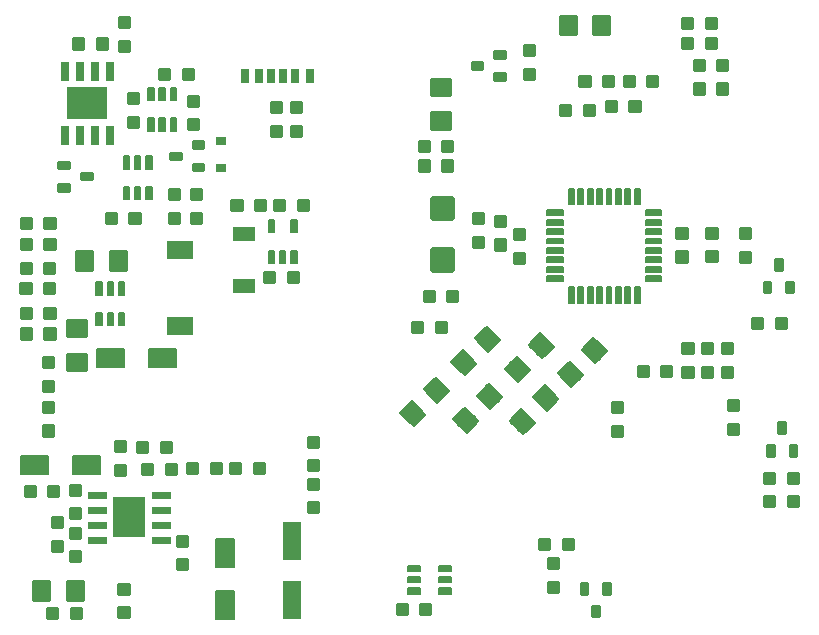
<source format=gbr>
G04 EAGLE Gerber RS-274X export*
G75*
%MOMM*%
%FSLAX34Y34*%
%LPD*%
%INSolderpaste Top*%
%IPPOS*%
%AMOC8*
5,1,8,0,0,1.08239X$1,22.5*%
G01*
%ADD10C,0.330000*%
%ADD11C,0.320000*%
%ADD12C,0.170000*%
%ADD13C,0.416000*%
%ADD14R,0.900000X0.800000*%
%ADD15R,1.900000X1.200000*%
%ADD16R,3.400000X2.710000*%
%ADD17C,0.030000*%
%ADD18C,0.150000*%
%ADD19R,2.710000X3.400000*%
%ADD20R,2.200000X1.600000*%
%ADD21R,0.700000X1.200000*%
%ADD22R,0.760000X1.200000*%
%ADD23R,0.800000X1.200000*%
%ADD24R,1.600000X3.200000*%
%ADD25C,0.137500*%
%ADD26C,0.532500*%


D10*
X32060Y312218D02*
X39760Y312218D01*
X39760Y304518D01*
X32060Y304518D01*
X32060Y312218D01*
X32060Y307653D02*
X39760Y307653D01*
X39760Y310788D02*
X32060Y310788D01*
X19760Y312218D02*
X12060Y312218D01*
X19760Y312218D02*
X19760Y304518D01*
X12060Y304518D01*
X12060Y312218D01*
X12060Y307653D02*
X19760Y307653D01*
X19760Y310788D02*
X12060Y310788D01*
X76804Y502368D02*
X84504Y502368D01*
X84504Y494668D01*
X76804Y494668D01*
X76804Y502368D01*
X76804Y497803D02*
X84504Y497803D01*
X84504Y500938D02*
X76804Y500938D01*
X64504Y502368D02*
X56804Y502368D01*
X64504Y502368D02*
X64504Y494668D01*
X56804Y494668D01*
X56804Y502368D01*
X56804Y497803D02*
X64504Y497803D01*
X64504Y500938D02*
X56804Y500938D01*
X149458Y476760D02*
X157158Y476760D01*
X157158Y469060D01*
X149458Y469060D01*
X149458Y476760D01*
X149458Y472195D02*
X157158Y472195D01*
X157158Y475330D02*
X149458Y475330D01*
X137158Y476760D02*
X129458Y476760D01*
X137158Y476760D02*
X137158Y469060D01*
X129458Y469060D01*
X129458Y476760D01*
X129458Y472195D02*
X137158Y472195D01*
X137158Y475330D02*
X129458Y475330D01*
X145566Y354622D02*
X145566Y346922D01*
X137866Y346922D01*
X137866Y354622D01*
X145566Y354622D01*
X145566Y350057D02*
X137866Y350057D01*
X137866Y353192D02*
X145566Y353192D01*
X145566Y366922D02*
X145566Y374622D01*
X145566Y366922D02*
X137866Y366922D01*
X137866Y374622D01*
X145566Y374622D01*
X145566Y370057D02*
X137866Y370057D01*
X137866Y373192D02*
X145566Y373192D01*
X152186Y61414D02*
X152186Y53714D01*
X144486Y53714D01*
X144486Y61414D01*
X152186Y61414D01*
X152186Y56849D02*
X144486Y56849D01*
X144486Y59984D02*
X152186Y59984D01*
X152186Y73714D02*
X152186Y81414D01*
X152186Y73714D02*
X144486Y73714D01*
X144486Y81414D01*
X152186Y81414D01*
X152186Y76849D02*
X144486Y76849D01*
X144486Y79984D02*
X152186Y79984D01*
D11*
X100376Y307291D02*
X87576Y307291D01*
X87576Y322121D01*
X100376Y322121D01*
X100376Y307291D01*
X100376Y310331D02*
X87576Y310331D01*
X87576Y313371D02*
X100376Y313371D01*
X100376Y316411D02*
X87576Y316411D01*
X87576Y319451D02*
X100376Y319451D01*
X71936Y307291D02*
X59136Y307291D01*
X59136Y322121D01*
X71936Y322121D01*
X71936Y307291D01*
X71936Y310331D02*
X59136Y310331D01*
X59136Y313371D02*
X71936Y313371D01*
X71936Y316411D02*
X59136Y316411D01*
X59136Y319451D02*
X71936Y319451D01*
D10*
X54062Y124594D02*
X54062Y116894D01*
X54062Y124594D02*
X61762Y124594D01*
X61762Y116894D01*
X54062Y116894D01*
X54062Y120029D02*
X61762Y120029D01*
X61762Y123164D02*
X54062Y123164D01*
X54062Y104594D02*
X54062Y96894D01*
X54062Y104594D02*
X61762Y104594D01*
X61762Y96894D01*
X54062Y96894D01*
X54062Y100029D02*
X61762Y100029D01*
X61762Y103164D02*
X54062Y103164D01*
X238306Y304332D02*
X246006Y304332D01*
X246006Y296632D01*
X238306Y296632D01*
X238306Y304332D01*
X238306Y299767D02*
X246006Y299767D01*
X246006Y302902D02*
X238306Y302902D01*
X226006Y304332D02*
X218306Y304332D01*
X226006Y304332D02*
X226006Y296632D01*
X218306Y296632D01*
X218306Y304332D01*
X218306Y299767D02*
X226006Y299767D01*
X226006Y302902D02*
X218306Y302902D01*
X218320Y365292D02*
X210620Y365292D01*
X218320Y365292D02*
X218320Y357592D01*
X210620Y357592D01*
X210620Y365292D01*
X210620Y360727D02*
X218320Y360727D01*
X218320Y363862D02*
X210620Y363862D01*
X198320Y365292D02*
X190620Y365292D01*
X198320Y365292D02*
X198320Y357592D01*
X190620Y357592D01*
X190620Y365292D01*
X190620Y360727D02*
X198320Y360727D01*
X198320Y363862D02*
X190620Y363862D01*
X226942Y357592D02*
X234642Y357592D01*
X226942Y357592D02*
X226942Y365292D01*
X234642Y365292D01*
X234642Y357592D01*
X234642Y360727D02*
X226942Y360727D01*
X226942Y363862D02*
X234642Y363862D01*
X246942Y357592D02*
X254642Y357592D01*
X246942Y357592D02*
X246942Y365292D01*
X254642Y365292D01*
X254642Y357592D01*
X254642Y360727D02*
X246942Y360727D01*
X246942Y363862D02*
X254642Y363862D01*
D11*
X51513Y235258D02*
X51513Y222458D01*
X51513Y235258D02*
X66343Y235258D01*
X66343Y222458D01*
X51513Y222458D01*
X51513Y225498D02*
X66343Y225498D01*
X66343Y228538D02*
X51513Y228538D01*
X51513Y231578D02*
X66343Y231578D01*
X66343Y234618D02*
X51513Y234618D01*
X51513Y250898D02*
X51513Y263698D01*
X66343Y263698D01*
X66343Y250898D01*
X51513Y250898D01*
X51513Y253938D02*
X66343Y253938D01*
X66343Y256978D02*
X51513Y256978D01*
X51513Y260018D02*
X66343Y260018D01*
X66343Y263058D02*
X51513Y263058D01*
D12*
X75774Y225268D02*
X99074Y225268D01*
X75774Y225268D02*
X75774Y240568D01*
X99074Y240568D01*
X99074Y225268D01*
X99074Y226883D02*
X75774Y226883D01*
X75774Y228498D02*
X99074Y228498D01*
X99074Y230113D02*
X75774Y230113D01*
X75774Y231728D02*
X99074Y231728D01*
X99074Y233343D02*
X75774Y233343D01*
X75774Y234958D02*
X99074Y234958D01*
X99074Y236573D02*
X75774Y236573D01*
X75774Y238188D02*
X99074Y238188D01*
X99074Y239803D02*
X75774Y239803D01*
X119874Y225268D02*
X143174Y225268D01*
X119874Y225268D02*
X119874Y240568D01*
X143174Y240568D01*
X143174Y225268D01*
X143174Y226883D02*
X119874Y226883D01*
X119874Y228498D02*
X143174Y228498D01*
X143174Y230113D02*
X119874Y230113D01*
X119874Y231728D02*
X143174Y231728D01*
X143174Y233343D02*
X119874Y233343D01*
X119874Y234958D02*
X143174Y234958D01*
X143174Y236573D02*
X119874Y236573D01*
X119874Y238188D02*
X143174Y238188D01*
X143174Y239803D02*
X119874Y239803D01*
D13*
X51316Y398102D02*
X44176Y398102D01*
X51316Y398102D02*
X51316Y394262D01*
X44176Y394262D01*
X44176Y398102D01*
X44176Y379102D02*
X51316Y379102D01*
X51316Y375262D01*
X44176Y375262D01*
X44176Y379102D01*
X63376Y384762D02*
X70516Y384762D01*
X63376Y384762D02*
X63376Y388602D01*
X70516Y388602D01*
X70516Y384762D01*
D12*
X176754Y79166D02*
X176754Y55866D01*
X176754Y79166D02*
X192054Y79166D01*
X192054Y55866D01*
X176754Y55866D01*
X176754Y57481D02*
X192054Y57481D01*
X192054Y59096D02*
X176754Y59096D01*
X176754Y60711D02*
X192054Y60711D01*
X192054Y62326D02*
X176754Y62326D01*
X176754Y63941D02*
X192054Y63941D01*
X192054Y65556D02*
X176754Y65556D01*
X176754Y67171D02*
X192054Y67171D01*
X192054Y68786D02*
X176754Y68786D01*
X176754Y70401D02*
X192054Y70401D01*
X192054Y72016D02*
X176754Y72016D01*
X176754Y73631D02*
X192054Y73631D01*
X192054Y75246D02*
X176754Y75246D01*
X176754Y76861D02*
X192054Y76861D01*
X192054Y78476D02*
X176754Y78476D01*
X176754Y35066D02*
X176754Y11766D01*
X176754Y35066D02*
X192054Y35066D01*
X192054Y11766D01*
X176754Y11766D01*
X176754Y13381D02*
X192054Y13381D01*
X192054Y14996D02*
X176754Y14996D01*
X176754Y16611D02*
X192054Y16611D01*
X192054Y18226D02*
X176754Y18226D01*
X176754Y19841D02*
X192054Y19841D01*
X192054Y21456D02*
X176754Y21456D01*
X176754Y23071D02*
X192054Y23071D01*
X192054Y24686D02*
X176754Y24686D01*
X176754Y26301D02*
X192054Y26301D01*
X192054Y27916D02*
X176754Y27916D01*
X176754Y29531D02*
X192054Y29531D01*
X192054Y31146D02*
X176754Y31146D01*
X176754Y32761D02*
X192054Y32761D01*
X192054Y34376D02*
X176754Y34376D01*
D14*
X181182Y416464D03*
X181182Y393464D03*
D15*
X200060Y293330D03*
X200060Y337330D03*
D16*
X67384Y448696D03*
D17*
X51184Y429296D02*
X51184Y414096D01*
X45484Y414096D01*
X45484Y429296D01*
X51184Y429296D01*
X51184Y414381D02*
X45484Y414381D01*
X45484Y414666D02*
X51184Y414666D01*
X51184Y414951D02*
X45484Y414951D01*
X45484Y415236D02*
X51184Y415236D01*
X51184Y415521D02*
X45484Y415521D01*
X45484Y415806D02*
X51184Y415806D01*
X51184Y416091D02*
X45484Y416091D01*
X45484Y416376D02*
X51184Y416376D01*
X51184Y416661D02*
X45484Y416661D01*
X45484Y416946D02*
X51184Y416946D01*
X51184Y417231D02*
X45484Y417231D01*
X45484Y417516D02*
X51184Y417516D01*
X51184Y417801D02*
X45484Y417801D01*
X45484Y418086D02*
X51184Y418086D01*
X51184Y418371D02*
X45484Y418371D01*
X45484Y418656D02*
X51184Y418656D01*
X51184Y418941D02*
X45484Y418941D01*
X45484Y419226D02*
X51184Y419226D01*
X51184Y419511D02*
X45484Y419511D01*
X45484Y419796D02*
X51184Y419796D01*
X51184Y420081D02*
X45484Y420081D01*
X45484Y420366D02*
X51184Y420366D01*
X51184Y420651D02*
X45484Y420651D01*
X45484Y420936D02*
X51184Y420936D01*
X51184Y421221D02*
X45484Y421221D01*
X45484Y421506D02*
X51184Y421506D01*
X51184Y421791D02*
X45484Y421791D01*
X45484Y422076D02*
X51184Y422076D01*
X51184Y422361D02*
X45484Y422361D01*
X45484Y422646D02*
X51184Y422646D01*
X51184Y422931D02*
X45484Y422931D01*
X45484Y423216D02*
X51184Y423216D01*
X51184Y423501D02*
X45484Y423501D01*
X45484Y423786D02*
X51184Y423786D01*
X51184Y424071D02*
X45484Y424071D01*
X45484Y424356D02*
X51184Y424356D01*
X51184Y424641D02*
X45484Y424641D01*
X45484Y424926D02*
X51184Y424926D01*
X51184Y425211D02*
X45484Y425211D01*
X45484Y425496D02*
X51184Y425496D01*
X51184Y425781D02*
X45484Y425781D01*
X45484Y426066D02*
X51184Y426066D01*
X51184Y426351D02*
X45484Y426351D01*
X45484Y426636D02*
X51184Y426636D01*
X51184Y426921D02*
X45484Y426921D01*
X45484Y427206D02*
X51184Y427206D01*
X51184Y427491D02*
X45484Y427491D01*
X45484Y427776D02*
X51184Y427776D01*
X51184Y428061D02*
X45484Y428061D01*
X45484Y428346D02*
X51184Y428346D01*
X51184Y428631D02*
X45484Y428631D01*
X45484Y428916D02*
X51184Y428916D01*
X51184Y429201D02*
X45484Y429201D01*
X63884Y429296D02*
X63884Y414096D01*
X58184Y414096D01*
X58184Y429296D01*
X63884Y429296D01*
X63884Y414381D02*
X58184Y414381D01*
X58184Y414666D02*
X63884Y414666D01*
X63884Y414951D02*
X58184Y414951D01*
X58184Y415236D02*
X63884Y415236D01*
X63884Y415521D02*
X58184Y415521D01*
X58184Y415806D02*
X63884Y415806D01*
X63884Y416091D02*
X58184Y416091D01*
X58184Y416376D02*
X63884Y416376D01*
X63884Y416661D02*
X58184Y416661D01*
X58184Y416946D02*
X63884Y416946D01*
X63884Y417231D02*
X58184Y417231D01*
X58184Y417516D02*
X63884Y417516D01*
X63884Y417801D02*
X58184Y417801D01*
X58184Y418086D02*
X63884Y418086D01*
X63884Y418371D02*
X58184Y418371D01*
X58184Y418656D02*
X63884Y418656D01*
X63884Y418941D02*
X58184Y418941D01*
X58184Y419226D02*
X63884Y419226D01*
X63884Y419511D02*
X58184Y419511D01*
X58184Y419796D02*
X63884Y419796D01*
X63884Y420081D02*
X58184Y420081D01*
X58184Y420366D02*
X63884Y420366D01*
X63884Y420651D02*
X58184Y420651D01*
X58184Y420936D02*
X63884Y420936D01*
X63884Y421221D02*
X58184Y421221D01*
X58184Y421506D02*
X63884Y421506D01*
X63884Y421791D02*
X58184Y421791D01*
X58184Y422076D02*
X63884Y422076D01*
X63884Y422361D02*
X58184Y422361D01*
X58184Y422646D02*
X63884Y422646D01*
X63884Y422931D02*
X58184Y422931D01*
X58184Y423216D02*
X63884Y423216D01*
X63884Y423501D02*
X58184Y423501D01*
X58184Y423786D02*
X63884Y423786D01*
X63884Y424071D02*
X58184Y424071D01*
X58184Y424356D02*
X63884Y424356D01*
X63884Y424641D02*
X58184Y424641D01*
X58184Y424926D02*
X63884Y424926D01*
X63884Y425211D02*
X58184Y425211D01*
X58184Y425496D02*
X63884Y425496D01*
X63884Y425781D02*
X58184Y425781D01*
X58184Y426066D02*
X63884Y426066D01*
X63884Y426351D02*
X58184Y426351D01*
X58184Y426636D02*
X63884Y426636D01*
X63884Y426921D02*
X58184Y426921D01*
X58184Y427206D02*
X63884Y427206D01*
X63884Y427491D02*
X58184Y427491D01*
X58184Y427776D02*
X63884Y427776D01*
X63884Y428061D02*
X58184Y428061D01*
X58184Y428346D02*
X63884Y428346D01*
X63884Y428631D02*
X58184Y428631D01*
X58184Y428916D02*
X63884Y428916D01*
X63884Y429201D02*
X58184Y429201D01*
X76584Y429296D02*
X76584Y414096D01*
X70884Y414096D01*
X70884Y429296D01*
X76584Y429296D01*
X76584Y414381D02*
X70884Y414381D01*
X70884Y414666D02*
X76584Y414666D01*
X76584Y414951D02*
X70884Y414951D01*
X70884Y415236D02*
X76584Y415236D01*
X76584Y415521D02*
X70884Y415521D01*
X70884Y415806D02*
X76584Y415806D01*
X76584Y416091D02*
X70884Y416091D01*
X70884Y416376D02*
X76584Y416376D01*
X76584Y416661D02*
X70884Y416661D01*
X70884Y416946D02*
X76584Y416946D01*
X76584Y417231D02*
X70884Y417231D01*
X70884Y417516D02*
X76584Y417516D01*
X76584Y417801D02*
X70884Y417801D01*
X70884Y418086D02*
X76584Y418086D01*
X76584Y418371D02*
X70884Y418371D01*
X70884Y418656D02*
X76584Y418656D01*
X76584Y418941D02*
X70884Y418941D01*
X70884Y419226D02*
X76584Y419226D01*
X76584Y419511D02*
X70884Y419511D01*
X70884Y419796D02*
X76584Y419796D01*
X76584Y420081D02*
X70884Y420081D01*
X70884Y420366D02*
X76584Y420366D01*
X76584Y420651D02*
X70884Y420651D01*
X70884Y420936D02*
X76584Y420936D01*
X76584Y421221D02*
X70884Y421221D01*
X70884Y421506D02*
X76584Y421506D01*
X76584Y421791D02*
X70884Y421791D01*
X70884Y422076D02*
X76584Y422076D01*
X76584Y422361D02*
X70884Y422361D01*
X70884Y422646D02*
X76584Y422646D01*
X76584Y422931D02*
X70884Y422931D01*
X70884Y423216D02*
X76584Y423216D01*
X76584Y423501D02*
X70884Y423501D01*
X70884Y423786D02*
X76584Y423786D01*
X76584Y424071D02*
X70884Y424071D01*
X70884Y424356D02*
X76584Y424356D01*
X76584Y424641D02*
X70884Y424641D01*
X70884Y424926D02*
X76584Y424926D01*
X76584Y425211D02*
X70884Y425211D01*
X70884Y425496D02*
X76584Y425496D01*
X76584Y425781D02*
X70884Y425781D01*
X70884Y426066D02*
X76584Y426066D01*
X76584Y426351D02*
X70884Y426351D01*
X70884Y426636D02*
X76584Y426636D01*
X76584Y426921D02*
X70884Y426921D01*
X70884Y427206D02*
X76584Y427206D01*
X76584Y427491D02*
X70884Y427491D01*
X70884Y427776D02*
X76584Y427776D01*
X76584Y428061D02*
X70884Y428061D01*
X70884Y428346D02*
X76584Y428346D01*
X76584Y428631D02*
X70884Y428631D01*
X70884Y428916D02*
X76584Y428916D01*
X76584Y429201D02*
X70884Y429201D01*
X89284Y429296D02*
X89284Y414096D01*
X83584Y414096D01*
X83584Y429296D01*
X89284Y429296D01*
X89284Y414381D02*
X83584Y414381D01*
X83584Y414666D02*
X89284Y414666D01*
X89284Y414951D02*
X83584Y414951D01*
X83584Y415236D02*
X89284Y415236D01*
X89284Y415521D02*
X83584Y415521D01*
X83584Y415806D02*
X89284Y415806D01*
X89284Y416091D02*
X83584Y416091D01*
X83584Y416376D02*
X89284Y416376D01*
X89284Y416661D02*
X83584Y416661D01*
X83584Y416946D02*
X89284Y416946D01*
X89284Y417231D02*
X83584Y417231D01*
X83584Y417516D02*
X89284Y417516D01*
X89284Y417801D02*
X83584Y417801D01*
X83584Y418086D02*
X89284Y418086D01*
X89284Y418371D02*
X83584Y418371D01*
X83584Y418656D02*
X89284Y418656D01*
X89284Y418941D02*
X83584Y418941D01*
X83584Y419226D02*
X89284Y419226D01*
X89284Y419511D02*
X83584Y419511D01*
X83584Y419796D02*
X89284Y419796D01*
X89284Y420081D02*
X83584Y420081D01*
X83584Y420366D02*
X89284Y420366D01*
X89284Y420651D02*
X83584Y420651D01*
X83584Y420936D02*
X89284Y420936D01*
X89284Y421221D02*
X83584Y421221D01*
X83584Y421506D02*
X89284Y421506D01*
X89284Y421791D02*
X83584Y421791D01*
X83584Y422076D02*
X89284Y422076D01*
X89284Y422361D02*
X83584Y422361D01*
X83584Y422646D02*
X89284Y422646D01*
X89284Y422931D02*
X83584Y422931D01*
X83584Y423216D02*
X89284Y423216D01*
X89284Y423501D02*
X83584Y423501D01*
X83584Y423786D02*
X89284Y423786D01*
X89284Y424071D02*
X83584Y424071D01*
X83584Y424356D02*
X89284Y424356D01*
X89284Y424641D02*
X83584Y424641D01*
X83584Y424926D02*
X89284Y424926D01*
X89284Y425211D02*
X83584Y425211D01*
X83584Y425496D02*
X89284Y425496D01*
X89284Y425781D02*
X83584Y425781D01*
X83584Y426066D02*
X89284Y426066D01*
X89284Y426351D02*
X83584Y426351D01*
X83584Y426636D02*
X89284Y426636D01*
X89284Y426921D02*
X83584Y426921D01*
X83584Y427206D02*
X89284Y427206D01*
X89284Y427491D02*
X83584Y427491D01*
X83584Y427776D02*
X89284Y427776D01*
X89284Y428061D02*
X83584Y428061D01*
X83584Y428346D02*
X89284Y428346D01*
X89284Y428631D02*
X83584Y428631D01*
X83584Y428916D02*
X89284Y428916D01*
X89284Y429201D02*
X83584Y429201D01*
X89284Y468096D02*
X89284Y483296D01*
X89284Y468096D02*
X83584Y468096D01*
X83584Y483296D01*
X89284Y483296D01*
X89284Y468381D02*
X83584Y468381D01*
X83584Y468666D02*
X89284Y468666D01*
X89284Y468951D02*
X83584Y468951D01*
X83584Y469236D02*
X89284Y469236D01*
X89284Y469521D02*
X83584Y469521D01*
X83584Y469806D02*
X89284Y469806D01*
X89284Y470091D02*
X83584Y470091D01*
X83584Y470376D02*
X89284Y470376D01*
X89284Y470661D02*
X83584Y470661D01*
X83584Y470946D02*
X89284Y470946D01*
X89284Y471231D02*
X83584Y471231D01*
X83584Y471516D02*
X89284Y471516D01*
X89284Y471801D02*
X83584Y471801D01*
X83584Y472086D02*
X89284Y472086D01*
X89284Y472371D02*
X83584Y472371D01*
X83584Y472656D02*
X89284Y472656D01*
X89284Y472941D02*
X83584Y472941D01*
X83584Y473226D02*
X89284Y473226D01*
X89284Y473511D02*
X83584Y473511D01*
X83584Y473796D02*
X89284Y473796D01*
X89284Y474081D02*
X83584Y474081D01*
X83584Y474366D02*
X89284Y474366D01*
X89284Y474651D02*
X83584Y474651D01*
X83584Y474936D02*
X89284Y474936D01*
X89284Y475221D02*
X83584Y475221D01*
X83584Y475506D02*
X89284Y475506D01*
X89284Y475791D02*
X83584Y475791D01*
X83584Y476076D02*
X89284Y476076D01*
X89284Y476361D02*
X83584Y476361D01*
X83584Y476646D02*
X89284Y476646D01*
X89284Y476931D02*
X83584Y476931D01*
X83584Y477216D02*
X89284Y477216D01*
X89284Y477501D02*
X83584Y477501D01*
X83584Y477786D02*
X89284Y477786D01*
X89284Y478071D02*
X83584Y478071D01*
X83584Y478356D02*
X89284Y478356D01*
X89284Y478641D02*
X83584Y478641D01*
X83584Y478926D02*
X89284Y478926D01*
X89284Y479211D02*
X83584Y479211D01*
X83584Y479496D02*
X89284Y479496D01*
X89284Y479781D02*
X83584Y479781D01*
X83584Y480066D02*
X89284Y480066D01*
X89284Y480351D02*
X83584Y480351D01*
X83584Y480636D02*
X89284Y480636D01*
X89284Y480921D02*
X83584Y480921D01*
X83584Y481206D02*
X89284Y481206D01*
X89284Y481491D02*
X83584Y481491D01*
X83584Y481776D02*
X89284Y481776D01*
X89284Y482061D02*
X83584Y482061D01*
X83584Y482346D02*
X89284Y482346D01*
X89284Y482631D02*
X83584Y482631D01*
X83584Y482916D02*
X89284Y482916D01*
X89284Y483201D02*
X83584Y483201D01*
X76584Y483296D02*
X76584Y468096D01*
X70884Y468096D01*
X70884Y483296D01*
X76584Y483296D01*
X76584Y468381D02*
X70884Y468381D01*
X70884Y468666D02*
X76584Y468666D01*
X76584Y468951D02*
X70884Y468951D01*
X70884Y469236D02*
X76584Y469236D01*
X76584Y469521D02*
X70884Y469521D01*
X70884Y469806D02*
X76584Y469806D01*
X76584Y470091D02*
X70884Y470091D01*
X70884Y470376D02*
X76584Y470376D01*
X76584Y470661D02*
X70884Y470661D01*
X70884Y470946D02*
X76584Y470946D01*
X76584Y471231D02*
X70884Y471231D01*
X70884Y471516D02*
X76584Y471516D01*
X76584Y471801D02*
X70884Y471801D01*
X70884Y472086D02*
X76584Y472086D01*
X76584Y472371D02*
X70884Y472371D01*
X70884Y472656D02*
X76584Y472656D01*
X76584Y472941D02*
X70884Y472941D01*
X70884Y473226D02*
X76584Y473226D01*
X76584Y473511D02*
X70884Y473511D01*
X70884Y473796D02*
X76584Y473796D01*
X76584Y474081D02*
X70884Y474081D01*
X70884Y474366D02*
X76584Y474366D01*
X76584Y474651D02*
X70884Y474651D01*
X70884Y474936D02*
X76584Y474936D01*
X76584Y475221D02*
X70884Y475221D01*
X70884Y475506D02*
X76584Y475506D01*
X76584Y475791D02*
X70884Y475791D01*
X70884Y476076D02*
X76584Y476076D01*
X76584Y476361D02*
X70884Y476361D01*
X70884Y476646D02*
X76584Y476646D01*
X76584Y476931D02*
X70884Y476931D01*
X70884Y477216D02*
X76584Y477216D01*
X76584Y477501D02*
X70884Y477501D01*
X70884Y477786D02*
X76584Y477786D01*
X76584Y478071D02*
X70884Y478071D01*
X70884Y478356D02*
X76584Y478356D01*
X76584Y478641D02*
X70884Y478641D01*
X70884Y478926D02*
X76584Y478926D01*
X76584Y479211D02*
X70884Y479211D01*
X70884Y479496D02*
X76584Y479496D01*
X76584Y479781D02*
X70884Y479781D01*
X70884Y480066D02*
X76584Y480066D01*
X76584Y480351D02*
X70884Y480351D01*
X70884Y480636D02*
X76584Y480636D01*
X76584Y480921D02*
X70884Y480921D01*
X70884Y481206D02*
X76584Y481206D01*
X76584Y481491D02*
X70884Y481491D01*
X70884Y481776D02*
X76584Y481776D01*
X76584Y482061D02*
X70884Y482061D01*
X70884Y482346D02*
X76584Y482346D01*
X76584Y482631D02*
X70884Y482631D01*
X70884Y482916D02*
X76584Y482916D01*
X76584Y483201D02*
X70884Y483201D01*
X63884Y483296D02*
X63884Y468096D01*
X58184Y468096D01*
X58184Y483296D01*
X63884Y483296D01*
X63884Y468381D02*
X58184Y468381D01*
X58184Y468666D02*
X63884Y468666D01*
X63884Y468951D02*
X58184Y468951D01*
X58184Y469236D02*
X63884Y469236D01*
X63884Y469521D02*
X58184Y469521D01*
X58184Y469806D02*
X63884Y469806D01*
X63884Y470091D02*
X58184Y470091D01*
X58184Y470376D02*
X63884Y470376D01*
X63884Y470661D02*
X58184Y470661D01*
X58184Y470946D02*
X63884Y470946D01*
X63884Y471231D02*
X58184Y471231D01*
X58184Y471516D02*
X63884Y471516D01*
X63884Y471801D02*
X58184Y471801D01*
X58184Y472086D02*
X63884Y472086D01*
X63884Y472371D02*
X58184Y472371D01*
X58184Y472656D02*
X63884Y472656D01*
X63884Y472941D02*
X58184Y472941D01*
X58184Y473226D02*
X63884Y473226D01*
X63884Y473511D02*
X58184Y473511D01*
X58184Y473796D02*
X63884Y473796D01*
X63884Y474081D02*
X58184Y474081D01*
X58184Y474366D02*
X63884Y474366D01*
X63884Y474651D02*
X58184Y474651D01*
X58184Y474936D02*
X63884Y474936D01*
X63884Y475221D02*
X58184Y475221D01*
X58184Y475506D02*
X63884Y475506D01*
X63884Y475791D02*
X58184Y475791D01*
X58184Y476076D02*
X63884Y476076D01*
X63884Y476361D02*
X58184Y476361D01*
X58184Y476646D02*
X63884Y476646D01*
X63884Y476931D02*
X58184Y476931D01*
X58184Y477216D02*
X63884Y477216D01*
X63884Y477501D02*
X58184Y477501D01*
X58184Y477786D02*
X63884Y477786D01*
X63884Y478071D02*
X58184Y478071D01*
X58184Y478356D02*
X63884Y478356D01*
X63884Y478641D02*
X58184Y478641D01*
X58184Y478926D02*
X63884Y478926D01*
X63884Y479211D02*
X58184Y479211D01*
X58184Y479496D02*
X63884Y479496D01*
X63884Y479781D02*
X58184Y479781D01*
X58184Y480066D02*
X63884Y480066D01*
X63884Y480351D02*
X58184Y480351D01*
X58184Y480636D02*
X63884Y480636D01*
X63884Y480921D02*
X58184Y480921D01*
X58184Y481206D02*
X63884Y481206D01*
X63884Y481491D02*
X58184Y481491D01*
X58184Y481776D02*
X63884Y481776D01*
X63884Y482061D02*
X58184Y482061D01*
X58184Y482346D02*
X63884Y482346D01*
X63884Y482631D02*
X58184Y482631D01*
X58184Y482916D02*
X63884Y482916D01*
X63884Y483201D02*
X58184Y483201D01*
X51184Y483296D02*
X51184Y468096D01*
X45484Y468096D01*
X45484Y483296D01*
X51184Y483296D01*
X51184Y468381D02*
X45484Y468381D01*
X45484Y468666D02*
X51184Y468666D01*
X51184Y468951D02*
X45484Y468951D01*
X45484Y469236D02*
X51184Y469236D01*
X51184Y469521D02*
X45484Y469521D01*
X45484Y469806D02*
X51184Y469806D01*
X51184Y470091D02*
X45484Y470091D01*
X45484Y470376D02*
X51184Y470376D01*
X51184Y470661D02*
X45484Y470661D01*
X45484Y470946D02*
X51184Y470946D01*
X51184Y471231D02*
X45484Y471231D01*
X45484Y471516D02*
X51184Y471516D01*
X51184Y471801D02*
X45484Y471801D01*
X45484Y472086D02*
X51184Y472086D01*
X51184Y472371D02*
X45484Y472371D01*
X45484Y472656D02*
X51184Y472656D01*
X51184Y472941D02*
X45484Y472941D01*
X45484Y473226D02*
X51184Y473226D01*
X51184Y473511D02*
X45484Y473511D01*
X45484Y473796D02*
X51184Y473796D01*
X51184Y474081D02*
X45484Y474081D01*
X45484Y474366D02*
X51184Y474366D01*
X51184Y474651D02*
X45484Y474651D01*
X45484Y474936D02*
X51184Y474936D01*
X51184Y475221D02*
X45484Y475221D01*
X45484Y475506D02*
X51184Y475506D01*
X51184Y475791D02*
X45484Y475791D01*
X45484Y476076D02*
X51184Y476076D01*
X51184Y476361D02*
X45484Y476361D01*
X45484Y476646D02*
X51184Y476646D01*
X51184Y476931D02*
X45484Y476931D01*
X45484Y477216D02*
X51184Y477216D01*
X51184Y477501D02*
X45484Y477501D01*
X45484Y477786D02*
X51184Y477786D01*
X51184Y478071D02*
X45484Y478071D01*
X45484Y478356D02*
X51184Y478356D01*
X51184Y478641D02*
X45484Y478641D01*
X45484Y478926D02*
X51184Y478926D01*
X51184Y479211D02*
X45484Y479211D01*
X45484Y479496D02*
X51184Y479496D01*
X51184Y479781D02*
X45484Y479781D01*
X45484Y480066D02*
X51184Y480066D01*
X51184Y480351D02*
X45484Y480351D01*
X45484Y480636D02*
X51184Y480636D01*
X51184Y480921D02*
X45484Y480921D01*
X45484Y481206D02*
X51184Y481206D01*
X51184Y481491D02*
X45484Y481491D01*
X45484Y481776D02*
X51184Y481776D01*
X51184Y482061D02*
X45484Y482061D01*
X45484Y482346D02*
X51184Y482346D01*
X51184Y482631D02*
X45484Y482631D01*
X45484Y482916D02*
X51184Y482916D01*
X51184Y483201D02*
X45484Y483201D01*
D18*
X117630Y403406D02*
X117630Y392906D01*
X117630Y403406D02*
X122130Y403406D01*
X122130Y392906D01*
X117630Y392906D01*
X117630Y394331D02*
X122130Y394331D01*
X122130Y395756D02*
X117630Y395756D01*
X117630Y397181D02*
X122130Y397181D01*
X122130Y398606D02*
X117630Y398606D01*
X117630Y400031D02*
X122130Y400031D01*
X122130Y401456D02*
X117630Y401456D01*
X117630Y402881D02*
X122130Y402881D01*
X108130Y403406D02*
X108130Y392906D01*
X108130Y403406D02*
X112630Y403406D01*
X112630Y392906D01*
X108130Y392906D01*
X108130Y394331D02*
X112630Y394331D01*
X112630Y395756D02*
X108130Y395756D01*
X108130Y397181D02*
X112630Y397181D01*
X112630Y398606D02*
X108130Y398606D01*
X108130Y400031D02*
X112630Y400031D01*
X112630Y401456D02*
X108130Y401456D01*
X108130Y402881D02*
X112630Y402881D01*
X98630Y403406D02*
X98630Y392906D01*
X98630Y403406D02*
X103130Y403406D01*
X103130Y392906D01*
X98630Y392906D01*
X98630Y394331D02*
X103130Y394331D01*
X103130Y395756D02*
X98630Y395756D01*
X98630Y397181D02*
X103130Y397181D01*
X103130Y398606D02*
X98630Y398606D01*
X98630Y400031D02*
X103130Y400031D01*
X103130Y401456D02*
X98630Y401456D01*
X98630Y402881D02*
X103130Y402881D01*
X98630Y377406D02*
X98630Y366906D01*
X98630Y377406D02*
X103130Y377406D01*
X103130Y366906D01*
X98630Y366906D01*
X98630Y368331D02*
X103130Y368331D01*
X103130Y369756D02*
X98630Y369756D01*
X98630Y371181D02*
X103130Y371181D01*
X103130Y372606D02*
X98630Y372606D01*
X98630Y374031D02*
X103130Y374031D01*
X103130Y375456D02*
X98630Y375456D01*
X98630Y376881D02*
X103130Y376881D01*
X108130Y377406D02*
X108130Y366906D01*
X108130Y377406D02*
X112630Y377406D01*
X112630Y366906D01*
X108130Y366906D01*
X108130Y368331D02*
X112630Y368331D01*
X112630Y369756D02*
X108130Y369756D01*
X108130Y371181D02*
X112630Y371181D01*
X112630Y372606D02*
X108130Y372606D01*
X108130Y374031D02*
X112630Y374031D01*
X112630Y375456D02*
X108130Y375456D01*
X108130Y376881D02*
X112630Y376881D01*
X117630Y377406D02*
X117630Y366906D01*
X117630Y377406D02*
X122130Y377406D01*
X122130Y366906D01*
X117630Y366906D01*
X117630Y368331D02*
X122130Y368331D01*
X122130Y369756D02*
X117630Y369756D01*
X117630Y371181D02*
X122130Y371181D01*
X122130Y372606D02*
X117630Y372606D01*
X117630Y374031D02*
X122130Y374031D01*
X122130Y375456D02*
X117630Y375456D01*
X117630Y376881D02*
X122130Y376881D01*
X79872Y270888D02*
X79872Y260388D01*
X75372Y260388D01*
X75372Y270888D01*
X79872Y270888D01*
X79872Y261813D02*
X75372Y261813D01*
X75372Y263238D02*
X79872Y263238D01*
X79872Y264663D02*
X75372Y264663D01*
X75372Y266088D02*
X79872Y266088D01*
X79872Y267513D02*
X75372Y267513D01*
X75372Y268938D02*
X79872Y268938D01*
X79872Y270363D02*
X75372Y270363D01*
X89372Y270888D02*
X89372Y260388D01*
X84872Y260388D01*
X84872Y270888D01*
X89372Y270888D01*
X89372Y261813D02*
X84872Y261813D01*
X84872Y263238D02*
X89372Y263238D01*
X89372Y264663D02*
X84872Y264663D01*
X84872Y266088D02*
X89372Y266088D01*
X89372Y267513D02*
X84872Y267513D01*
X84872Y268938D02*
X89372Y268938D01*
X89372Y270363D02*
X84872Y270363D01*
X98872Y270888D02*
X98872Y260388D01*
X94372Y260388D01*
X94372Y270888D01*
X98872Y270888D01*
X98872Y261813D02*
X94372Y261813D01*
X94372Y263238D02*
X98872Y263238D01*
X98872Y264663D02*
X94372Y264663D01*
X94372Y266088D02*
X98872Y266088D01*
X98872Y267513D02*
X94372Y267513D01*
X94372Y268938D02*
X98872Y268938D01*
X98872Y270363D02*
X94372Y270363D01*
X98872Y286388D02*
X98872Y296888D01*
X98872Y286388D02*
X94372Y286388D01*
X94372Y296888D01*
X98872Y296888D01*
X98872Y287813D02*
X94372Y287813D01*
X94372Y289238D02*
X98872Y289238D01*
X98872Y290663D02*
X94372Y290663D01*
X94372Y292088D02*
X98872Y292088D01*
X98872Y293513D02*
X94372Y293513D01*
X94372Y294938D02*
X98872Y294938D01*
X98872Y296363D02*
X94372Y296363D01*
X89372Y296888D02*
X89372Y286388D01*
X84872Y286388D01*
X84872Y296888D01*
X89372Y296888D01*
X89372Y287813D02*
X84872Y287813D01*
X84872Y289238D02*
X89372Y289238D01*
X89372Y290663D02*
X84872Y290663D01*
X84872Y292088D02*
X89372Y292088D01*
X89372Y293513D02*
X84872Y293513D01*
X84872Y294938D02*
X89372Y294938D01*
X89372Y296363D02*
X84872Y296363D01*
X79872Y296888D02*
X79872Y286388D01*
X75372Y286388D01*
X75372Y296888D01*
X79872Y296888D01*
X79872Y287813D02*
X75372Y287813D01*
X75372Y289238D02*
X79872Y289238D01*
X79872Y290663D02*
X75372Y290663D01*
X75372Y292088D02*
X79872Y292088D01*
X79872Y293513D02*
X75372Y293513D01*
X75372Y294938D02*
X79872Y294938D01*
X79872Y296363D02*
X75372Y296363D01*
D19*
X103048Y97698D03*
D17*
X83648Y113898D02*
X68448Y113898D01*
X68448Y119598D01*
X83648Y119598D01*
X83648Y113898D01*
X83648Y114183D02*
X68448Y114183D01*
X68448Y114468D02*
X83648Y114468D01*
X83648Y114753D02*
X68448Y114753D01*
X68448Y115038D02*
X83648Y115038D01*
X83648Y115323D02*
X68448Y115323D01*
X68448Y115608D02*
X83648Y115608D01*
X83648Y115893D02*
X68448Y115893D01*
X68448Y116178D02*
X83648Y116178D01*
X83648Y116463D02*
X68448Y116463D01*
X68448Y116748D02*
X83648Y116748D01*
X83648Y117033D02*
X68448Y117033D01*
X68448Y117318D02*
X83648Y117318D01*
X83648Y117603D02*
X68448Y117603D01*
X68448Y117888D02*
X83648Y117888D01*
X83648Y118173D02*
X68448Y118173D01*
X68448Y118458D02*
X83648Y118458D01*
X83648Y118743D02*
X68448Y118743D01*
X68448Y119028D02*
X83648Y119028D01*
X83648Y119313D02*
X68448Y119313D01*
X68448Y119598D02*
X83648Y119598D01*
X83648Y101198D02*
X68448Y101198D01*
X68448Y106898D01*
X83648Y106898D01*
X83648Y101198D01*
X83648Y101483D02*
X68448Y101483D01*
X68448Y101768D02*
X83648Y101768D01*
X83648Y102053D02*
X68448Y102053D01*
X68448Y102338D02*
X83648Y102338D01*
X83648Y102623D02*
X68448Y102623D01*
X68448Y102908D02*
X83648Y102908D01*
X83648Y103193D02*
X68448Y103193D01*
X68448Y103478D02*
X83648Y103478D01*
X83648Y103763D02*
X68448Y103763D01*
X68448Y104048D02*
X83648Y104048D01*
X83648Y104333D02*
X68448Y104333D01*
X68448Y104618D02*
X83648Y104618D01*
X83648Y104903D02*
X68448Y104903D01*
X68448Y105188D02*
X83648Y105188D01*
X83648Y105473D02*
X68448Y105473D01*
X68448Y105758D02*
X83648Y105758D01*
X83648Y106043D02*
X68448Y106043D01*
X68448Y106328D02*
X83648Y106328D01*
X83648Y106613D02*
X68448Y106613D01*
X68448Y106898D02*
X83648Y106898D01*
X83648Y88498D02*
X68448Y88498D01*
X68448Y94198D01*
X83648Y94198D01*
X83648Y88498D01*
X83648Y88783D02*
X68448Y88783D01*
X68448Y89068D02*
X83648Y89068D01*
X83648Y89353D02*
X68448Y89353D01*
X68448Y89638D02*
X83648Y89638D01*
X83648Y89923D02*
X68448Y89923D01*
X68448Y90208D02*
X83648Y90208D01*
X83648Y90493D02*
X68448Y90493D01*
X68448Y90778D02*
X83648Y90778D01*
X83648Y91063D02*
X68448Y91063D01*
X68448Y91348D02*
X83648Y91348D01*
X83648Y91633D02*
X68448Y91633D01*
X68448Y91918D02*
X83648Y91918D01*
X83648Y92203D02*
X68448Y92203D01*
X68448Y92488D02*
X83648Y92488D01*
X83648Y92773D02*
X68448Y92773D01*
X68448Y93058D02*
X83648Y93058D01*
X83648Y93343D02*
X68448Y93343D01*
X68448Y93628D02*
X83648Y93628D01*
X83648Y93913D02*
X68448Y93913D01*
X68448Y94198D02*
X83648Y94198D01*
X83648Y75798D02*
X68448Y75798D01*
X68448Y81498D01*
X83648Y81498D01*
X83648Y75798D01*
X83648Y76083D02*
X68448Y76083D01*
X68448Y76368D02*
X83648Y76368D01*
X83648Y76653D02*
X68448Y76653D01*
X68448Y76938D02*
X83648Y76938D01*
X83648Y77223D02*
X68448Y77223D01*
X68448Y77508D02*
X83648Y77508D01*
X83648Y77793D02*
X68448Y77793D01*
X68448Y78078D02*
X83648Y78078D01*
X83648Y78363D02*
X68448Y78363D01*
X68448Y78648D02*
X83648Y78648D01*
X83648Y78933D02*
X68448Y78933D01*
X68448Y79218D02*
X83648Y79218D01*
X83648Y79503D02*
X68448Y79503D01*
X68448Y79788D02*
X83648Y79788D01*
X83648Y80073D02*
X68448Y80073D01*
X68448Y80358D02*
X83648Y80358D01*
X83648Y80643D02*
X68448Y80643D01*
X68448Y80928D02*
X83648Y80928D01*
X83648Y81213D02*
X68448Y81213D01*
X68448Y81498D02*
X83648Y81498D01*
X122448Y75798D02*
X137648Y75798D01*
X122448Y75798D02*
X122448Y81498D01*
X137648Y81498D01*
X137648Y75798D01*
X137648Y76083D02*
X122448Y76083D01*
X122448Y76368D02*
X137648Y76368D01*
X137648Y76653D02*
X122448Y76653D01*
X122448Y76938D02*
X137648Y76938D01*
X137648Y77223D02*
X122448Y77223D01*
X122448Y77508D02*
X137648Y77508D01*
X137648Y77793D02*
X122448Y77793D01*
X122448Y78078D02*
X137648Y78078D01*
X137648Y78363D02*
X122448Y78363D01*
X122448Y78648D02*
X137648Y78648D01*
X137648Y78933D02*
X122448Y78933D01*
X122448Y79218D02*
X137648Y79218D01*
X137648Y79503D02*
X122448Y79503D01*
X122448Y79788D02*
X137648Y79788D01*
X137648Y80073D02*
X122448Y80073D01*
X122448Y80358D02*
X137648Y80358D01*
X137648Y80643D02*
X122448Y80643D01*
X122448Y80928D02*
X137648Y80928D01*
X137648Y81213D02*
X122448Y81213D01*
X122448Y81498D02*
X137648Y81498D01*
X137648Y88498D02*
X122448Y88498D01*
X122448Y94198D01*
X137648Y94198D01*
X137648Y88498D01*
X137648Y88783D02*
X122448Y88783D01*
X122448Y89068D02*
X137648Y89068D01*
X137648Y89353D02*
X122448Y89353D01*
X122448Y89638D02*
X137648Y89638D01*
X137648Y89923D02*
X122448Y89923D01*
X122448Y90208D02*
X137648Y90208D01*
X137648Y90493D02*
X122448Y90493D01*
X122448Y90778D02*
X137648Y90778D01*
X137648Y91063D02*
X122448Y91063D01*
X122448Y91348D02*
X137648Y91348D01*
X137648Y91633D02*
X122448Y91633D01*
X122448Y91918D02*
X137648Y91918D01*
X137648Y92203D02*
X122448Y92203D01*
X122448Y92488D02*
X137648Y92488D01*
X137648Y92773D02*
X122448Y92773D01*
X122448Y93058D02*
X137648Y93058D01*
X137648Y93343D02*
X122448Y93343D01*
X122448Y93628D02*
X137648Y93628D01*
X137648Y93913D02*
X122448Y93913D01*
X122448Y94198D02*
X137648Y94198D01*
X137648Y101198D02*
X122448Y101198D01*
X122448Y106898D01*
X137648Y106898D01*
X137648Y101198D01*
X137648Y101483D02*
X122448Y101483D01*
X122448Y101768D02*
X137648Y101768D01*
X137648Y102053D02*
X122448Y102053D01*
X122448Y102338D02*
X137648Y102338D01*
X137648Y102623D02*
X122448Y102623D01*
X122448Y102908D02*
X137648Y102908D01*
X137648Y103193D02*
X122448Y103193D01*
X122448Y103478D02*
X137648Y103478D01*
X137648Y103763D02*
X122448Y103763D01*
X122448Y104048D02*
X137648Y104048D01*
X137648Y104333D02*
X122448Y104333D01*
X122448Y104618D02*
X137648Y104618D01*
X137648Y104903D02*
X122448Y104903D01*
X122448Y105188D02*
X137648Y105188D01*
X137648Y105473D02*
X122448Y105473D01*
X122448Y105758D02*
X137648Y105758D01*
X137648Y106043D02*
X122448Y106043D01*
X122448Y106328D02*
X137648Y106328D01*
X137648Y106613D02*
X122448Y106613D01*
X122448Y106898D02*
X137648Y106898D01*
X137648Y113898D02*
X122448Y113898D01*
X122448Y119598D01*
X137648Y119598D01*
X137648Y113898D01*
X137648Y114183D02*
X122448Y114183D01*
X122448Y114468D02*
X137648Y114468D01*
X137648Y114753D02*
X122448Y114753D01*
X122448Y115038D02*
X137648Y115038D01*
X137648Y115323D02*
X122448Y115323D01*
X122448Y115608D02*
X137648Y115608D01*
X137648Y115893D02*
X122448Y115893D01*
X122448Y116178D02*
X137648Y116178D01*
X137648Y116463D02*
X122448Y116463D01*
X122448Y116748D02*
X137648Y116748D01*
X137648Y117033D02*
X122448Y117033D01*
X122448Y117318D02*
X137648Y117318D01*
X137648Y117603D02*
X122448Y117603D01*
X122448Y117888D02*
X137648Y117888D01*
X137648Y118173D02*
X122448Y118173D01*
X122448Y118458D02*
X137648Y118458D01*
X137648Y118743D02*
X122448Y118743D01*
X122448Y119028D02*
X137648Y119028D01*
X137648Y119313D02*
X122448Y119313D01*
X122448Y119598D02*
X137648Y119598D01*
D18*
X225922Y312966D02*
X225922Y323466D01*
X225922Y312966D02*
X221422Y312966D01*
X221422Y323466D01*
X225922Y323466D01*
X225922Y314391D02*
X221422Y314391D01*
X221422Y315816D02*
X225922Y315816D01*
X225922Y317241D02*
X221422Y317241D01*
X221422Y318666D02*
X225922Y318666D01*
X225922Y320091D02*
X221422Y320091D01*
X221422Y321516D02*
X225922Y321516D01*
X225922Y322941D02*
X221422Y322941D01*
X235422Y323466D02*
X235422Y312966D01*
X230922Y312966D01*
X230922Y323466D01*
X235422Y323466D01*
X235422Y314391D02*
X230922Y314391D01*
X230922Y315816D02*
X235422Y315816D01*
X235422Y317241D02*
X230922Y317241D01*
X230922Y318666D02*
X235422Y318666D01*
X235422Y320091D02*
X230922Y320091D01*
X230922Y321516D02*
X235422Y321516D01*
X235422Y322941D02*
X230922Y322941D01*
X244922Y323466D02*
X244922Y312966D01*
X240422Y312966D01*
X240422Y323466D01*
X244922Y323466D01*
X244922Y314391D02*
X240422Y314391D01*
X240422Y315816D02*
X244922Y315816D01*
X244922Y317241D02*
X240422Y317241D01*
X240422Y318666D02*
X244922Y318666D01*
X244922Y320091D02*
X240422Y320091D01*
X240422Y321516D02*
X244922Y321516D01*
X244922Y322941D02*
X240422Y322941D01*
X244922Y338966D02*
X244922Y349466D01*
X244922Y338966D02*
X240422Y338966D01*
X240422Y349466D01*
X244922Y349466D01*
X244922Y340391D02*
X240422Y340391D01*
X240422Y341816D02*
X244922Y341816D01*
X244922Y343241D02*
X240422Y343241D01*
X240422Y344666D02*
X244922Y344666D01*
X244922Y346091D02*
X240422Y346091D01*
X240422Y347516D02*
X244922Y347516D01*
X244922Y348941D02*
X240422Y348941D01*
X225922Y349466D02*
X225922Y338966D01*
X221422Y338966D01*
X221422Y349466D01*
X225922Y349466D01*
X225922Y340391D02*
X221422Y340391D01*
X221422Y341816D02*
X225922Y341816D01*
X225922Y343241D02*
X221422Y343241D01*
X221422Y344666D02*
X225922Y344666D01*
X225922Y346091D02*
X221422Y346091D01*
X221422Y347516D02*
X225922Y347516D01*
X225922Y348941D02*
X221422Y348941D01*
D20*
X146304Y324100D03*
X146304Y260100D03*
D11*
X63800Y28145D02*
X51000Y28145D01*
X51000Y42975D01*
X63800Y42975D01*
X63800Y28145D01*
X63800Y31185D02*
X51000Y31185D01*
X51000Y34225D02*
X63800Y34225D01*
X63800Y37265D02*
X51000Y37265D01*
X51000Y40305D02*
X63800Y40305D01*
X35360Y28145D02*
X22560Y28145D01*
X22560Y42975D01*
X35360Y42975D01*
X35360Y28145D01*
X35360Y31185D02*
X22560Y31185D01*
X22560Y34225D02*
X35360Y34225D01*
X35360Y37265D02*
X22560Y37265D01*
X22560Y40305D02*
X35360Y40305D01*
D10*
X84284Y346754D02*
X91984Y346754D01*
X84284Y346754D02*
X84284Y354454D01*
X91984Y354454D01*
X91984Y346754D01*
X91984Y349889D02*
X84284Y349889D01*
X84284Y353024D02*
X91984Y353024D01*
X104284Y346754D02*
X111984Y346754D01*
X104284Y346754D02*
X104284Y354454D01*
X111984Y354454D01*
X111984Y346754D01*
X111984Y349889D02*
X104284Y349889D01*
X104284Y353024D02*
X111984Y353024D01*
X103202Y492820D02*
X103202Y500520D01*
X103202Y492820D02*
X95502Y492820D01*
X95502Y500520D01*
X103202Y500520D01*
X103202Y495955D02*
X95502Y495955D01*
X95502Y499090D02*
X103202Y499090D01*
X103202Y512820D02*
X103202Y520520D01*
X103202Y512820D02*
X95502Y512820D01*
X95502Y520520D01*
X103202Y520520D01*
X103202Y515955D02*
X95502Y515955D01*
X95502Y519090D02*
X103202Y519090D01*
X163870Y354530D02*
X163870Y346830D01*
X156170Y346830D01*
X156170Y354530D01*
X163870Y354530D01*
X163870Y349965D02*
X156170Y349965D01*
X156170Y353100D02*
X163870Y353100D01*
X163870Y366830D02*
X163870Y374530D01*
X163870Y366830D02*
X156170Y366830D01*
X156170Y374530D01*
X163870Y374530D01*
X163870Y369965D02*
X156170Y369965D01*
X156170Y373100D02*
X163870Y373100D01*
X161158Y426164D02*
X161158Y433864D01*
X161158Y426164D02*
X153458Y426164D01*
X153458Y433864D01*
X161158Y433864D01*
X161158Y429299D02*
X153458Y429299D01*
X153458Y432434D02*
X161158Y432434D01*
X161158Y446164D02*
X161158Y453864D01*
X161158Y446164D02*
X153458Y446164D01*
X153458Y453864D01*
X161158Y453864D01*
X161158Y449299D02*
X153458Y449299D01*
X153458Y452434D02*
X161158Y452434D01*
X19722Y287930D02*
X12022Y287930D01*
X12022Y295630D01*
X19722Y295630D01*
X19722Y287930D01*
X19722Y291065D02*
X12022Y291065D01*
X12022Y294200D02*
X19722Y294200D01*
X32022Y287930D02*
X39722Y287930D01*
X32022Y287930D02*
X32022Y295630D01*
X39722Y295630D01*
X39722Y287930D01*
X39722Y291065D02*
X32022Y291065D01*
X32022Y294200D02*
X39722Y294200D01*
X40046Y332942D02*
X32346Y332942D01*
X40046Y332942D02*
X40046Y325242D01*
X32346Y325242D01*
X32346Y332942D01*
X32346Y328377D02*
X40046Y328377D01*
X40046Y331512D02*
X32346Y331512D01*
X20046Y332942D02*
X12346Y332942D01*
X20046Y332942D02*
X20046Y325242D01*
X12346Y325242D01*
X12346Y332942D01*
X12346Y328377D02*
X20046Y328377D01*
X20046Y331512D02*
X12346Y331512D01*
X91908Y161170D02*
X91908Y153470D01*
X91908Y161170D02*
X99608Y161170D01*
X99608Y153470D01*
X91908Y153470D01*
X91908Y156605D02*
X99608Y156605D01*
X99608Y159740D02*
X91908Y159740D01*
X91908Y141170D02*
X91908Y133470D01*
X91908Y141170D02*
X99608Y141170D01*
X99608Y133470D01*
X91908Y133470D01*
X91908Y136605D02*
X99608Y136605D01*
X99608Y139740D02*
X91908Y139740D01*
X30694Y186998D02*
X30694Y194698D01*
X38394Y194698D01*
X38394Y186998D01*
X30694Y186998D01*
X30694Y190133D02*
X38394Y190133D01*
X38394Y193268D02*
X30694Y193268D01*
X30694Y174698D02*
X30694Y166998D01*
X30694Y174698D02*
X38394Y174698D01*
X38394Y166998D01*
X30694Y166998D01*
X30694Y170133D02*
X38394Y170133D01*
X38394Y173268D02*
X30694Y173268D01*
X30694Y224844D02*
X30694Y232544D01*
X38394Y232544D01*
X38394Y224844D01*
X30694Y224844D01*
X30694Y227979D02*
X38394Y227979D01*
X38394Y231114D02*
X30694Y231114D01*
X30694Y212544D02*
X30694Y204844D01*
X30694Y212544D02*
X38394Y212544D01*
X38394Y204844D01*
X30694Y204844D01*
X30694Y207979D02*
X38394Y207979D01*
X38394Y211114D02*
X30694Y211114D01*
X130864Y160822D02*
X138564Y160822D01*
X138564Y153122D01*
X130864Y153122D01*
X130864Y160822D01*
X130864Y156257D02*
X138564Y156257D01*
X138564Y159392D02*
X130864Y159392D01*
X118564Y160822D02*
X110864Y160822D01*
X118564Y160822D02*
X118564Y153122D01*
X110864Y153122D01*
X110864Y160822D01*
X110864Y156257D02*
X118564Y156257D01*
X118564Y159392D02*
X110864Y159392D01*
X115182Y134326D02*
X122882Y134326D01*
X115182Y134326D02*
X115182Y142026D01*
X122882Y142026D01*
X122882Y134326D01*
X122882Y137461D02*
X115182Y137461D01*
X115182Y140596D02*
X122882Y140596D01*
X135182Y134326D02*
X142882Y134326D01*
X135182Y134326D02*
X135182Y142026D01*
X142882Y142026D01*
X142882Y134326D01*
X142882Y137461D02*
X135182Y137461D01*
X135182Y140596D02*
X142882Y140596D01*
X173028Y142788D02*
X180728Y142788D01*
X180728Y135088D01*
X173028Y135088D01*
X173028Y142788D01*
X173028Y138223D02*
X180728Y138223D01*
X180728Y141358D02*
X173028Y141358D01*
X160728Y142788D02*
X153028Y142788D01*
X160728Y142788D02*
X160728Y135088D01*
X153028Y135088D01*
X153028Y142788D01*
X153028Y138223D02*
X160728Y138223D01*
X160728Y141358D02*
X153028Y141358D01*
X189604Y135596D02*
X197304Y135596D01*
X189604Y135596D02*
X189604Y143296D01*
X197304Y143296D01*
X197304Y135596D01*
X197304Y138731D02*
X189604Y138731D01*
X189604Y141866D02*
X197304Y141866D01*
X209604Y135596D02*
X217304Y135596D01*
X209604Y135596D02*
X209604Y143296D01*
X217304Y143296D01*
X217304Y135596D01*
X217304Y138731D02*
X209604Y138731D01*
X209604Y141866D02*
X217304Y141866D01*
X102656Y20774D02*
X102656Y13074D01*
X94956Y13074D01*
X94956Y20774D01*
X102656Y20774D01*
X102656Y16209D02*
X94956Y16209D01*
X94956Y19344D02*
X102656Y19344D01*
X102656Y33074D02*
X102656Y40774D01*
X102656Y33074D02*
X94956Y33074D01*
X94956Y40774D01*
X102656Y40774D01*
X102656Y36209D02*
X94956Y36209D01*
X94956Y39344D02*
X102656Y39344D01*
X42110Y12660D02*
X34410Y12660D01*
X34410Y20360D01*
X42110Y20360D01*
X42110Y12660D01*
X42110Y15795D02*
X34410Y15795D01*
X34410Y18930D02*
X42110Y18930D01*
X54410Y12660D02*
X62110Y12660D01*
X54410Y12660D02*
X54410Y20360D01*
X62110Y20360D01*
X62110Y12660D01*
X62110Y15795D02*
X54410Y15795D01*
X54410Y18930D02*
X62110Y18930D01*
X248452Y420490D02*
X248452Y428190D01*
X248452Y420490D02*
X240752Y420490D01*
X240752Y428190D01*
X248452Y428190D01*
X248452Y423625D02*
X240752Y423625D01*
X240752Y426760D02*
X248452Y426760D01*
X248452Y440490D02*
X248452Y448190D01*
X248452Y440490D02*
X240752Y440490D01*
X240752Y448190D01*
X248452Y448190D01*
X248452Y443625D02*
X240752Y443625D01*
X240752Y446760D02*
X248452Y446760D01*
X231688Y428190D02*
X231688Y420490D01*
X223988Y420490D01*
X223988Y428190D01*
X231688Y428190D01*
X231688Y423625D02*
X223988Y423625D01*
X223988Y426760D02*
X231688Y426760D01*
X231688Y440490D02*
X231688Y448190D01*
X231688Y440490D02*
X223988Y440490D01*
X223988Y448190D01*
X231688Y448190D01*
X231688Y443625D02*
X223988Y443625D01*
X223988Y446760D02*
X231688Y446760D01*
D18*
X138320Y451146D02*
X138320Y461646D01*
X142820Y461646D01*
X142820Y451146D01*
X138320Y451146D01*
X138320Y452571D02*
X142820Y452571D01*
X142820Y453996D02*
X138320Y453996D01*
X138320Y455421D02*
X142820Y455421D01*
X142820Y456846D02*
X138320Y456846D01*
X138320Y458271D02*
X142820Y458271D01*
X142820Y459696D02*
X138320Y459696D01*
X138320Y461121D02*
X142820Y461121D01*
X128820Y461646D02*
X128820Y451146D01*
X128820Y461646D02*
X133320Y461646D01*
X133320Y451146D01*
X128820Y451146D01*
X128820Y452571D02*
X133320Y452571D01*
X133320Y453996D02*
X128820Y453996D01*
X128820Y455421D02*
X133320Y455421D01*
X133320Y456846D02*
X128820Y456846D01*
X128820Y458271D02*
X133320Y458271D01*
X133320Y459696D02*
X128820Y459696D01*
X128820Y461121D02*
X133320Y461121D01*
X119320Y461646D02*
X119320Y451146D01*
X119320Y461646D02*
X123820Y461646D01*
X123820Y451146D01*
X119320Y451146D01*
X119320Y452571D02*
X123820Y452571D01*
X123820Y453996D02*
X119320Y453996D01*
X119320Y455421D02*
X123820Y455421D01*
X123820Y456846D02*
X119320Y456846D01*
X119320Y458271D02*
X123820Y458271D01*
X123820Y459696D02*
X119320Y459696D01*
X119320Y461121D02*
X123820Y461121D01*
X119320Y435646D02*
X119320Y425146D01*
X119320Y435646D02*
X123820Y435646D01*
X123820Y425146D01*
X119320Y425146D01*
X119320Y426571D02*
X123820Y426571D01*
X123820Y427996D02*
X119320Y427996D01*
X119320Y429421D02*
X123820Y429421D01*
X123820Y430846D02*
X119320Y430846D01*
X119320Y432271D02*
X123820Y432271D01*
X123820Y433696D02*
X119320Y433696D01*
X119320Y435121D02*
X123820Y435121D01*
X128820Y435646D02*
X128820Y425146D01*
X128820Y435646D02*
X133320Y435646D01*
X133320Y425146D01*
X128820Y425146D01*
X128820Y426571D02*
X133320Y426571D01*
X133320Y427996D02*
X128820Y427996D01*
X128820Y429421D02*
X133320Y429421D01*
X133320Y430846D02*
X128820Y430846D01*
X128820Y432271D02*
X133320Y432271D01*
X133320Y433696D02*
X128820Y433696D01*
X128820Y435121D02*
X133320Y435121D01*
X138320Y435646D02*
X138320Y425146D01*
X138320Y435646D02*
X142820Y435646D01*
X142820Y425146D01*
X138320Y425146D01*
X138320Y426571D02*
X142820Y426571D01*
X142820Y427996D02*
X138320Y427996D01*
X138320Y429421D02*
X142820Y429421D01*
X142820Y430846D02*
X138320Y430846D01*
X138320Y432271D02*
X142820Y432271D01*
X142820Y433696D02*
X138320Y433696D01*
X138320Y435121D02*
X142820Y435121D01*
D13*
X158124Y392338D02*
X165264Y392338D01*
X158124Y392338D02*
X158124Y396178D01*
X165264Y396178D01*
X165264Y392338D01*
X165264Y411338D02*
X158124Y411338D01*
X158124Y415178D01*
X165264Y415178D01*
X165264Y411338D01*
X146064Y405678D02*
X138924Y405678D01*
X146064Y405678D02*
X146064Y401838D01*
X138924Y401838D01*
X138924Y405678D01*
D10*
X20008Y342368D02*
X12308Y342368D01*
X12308Y350068D01*
X20008Y350068D01*
X20008Y342368D01*
X20008Y345503D02*
X12308Y345503D01*
X12308Y348638D02*
X20008Y348638D01*
X32308Y342368D02*
X40008Y342368D01*
X32308Y342368D02*
X32308Y350068D01*
X40008Y350068D01*
X40008Y342368D01*
X40008Y345503D02*
X32308Y345503D01*
X32308Y348638D02*
X40008Y348638D01*
D21*
X233698Y471604D03*
D22*
X213498Y471604D03*
D23*
X201198Y471604D03*
D21*
X223698Y471604D03*
D22*
X243898Y471604D03*
D23*
X256198Y471604D03*
D10*
X43314Y123738D02*
X35614Y123738D01*
X43314Y123738D02*
X43314Y116038D01*
X35614Y116038D01*
X35614Y123738D01*
X35614Y119173D02*
X43314Y119173D01*
X43314Y122308D02*
X35614Y122308D01*
X23314Y123738D02*
X15614Y123738D01*
X23314Y123738D02*
X23314Y116038D01*
X15614Y116038D01*
X15614Y123738D01*
X15614Y119173D02*
X23314Y119173D01*
X23314Y122308D02*
X15614Y122308D01*
X38314Y96908D02*
X38314Y89208D01*
X38314Y96908D02*
X46014Y96908D01*
X46014Y89208D01*
X38314Y89208D01*
X38314Y92343D02*
X46014Y92343D01*
X46014Y95478D02*
X38314Y95478D01*
X38314Y76908D02*
X38314Y69208D01*
X38314Y76908D02*
X46014Y76908D01*
X46014Y69208D01*
X38314Y69208D01*
X38314Y72343D02*
X46014Y72343D01*
X46014Y75478D02*
X38314Y75478D01*
X54062Y80572D02*
X54062Y88272D01*
X61762Y88272D01*
X61762Y80572D01*
X54062Y80572D01*
X54062Y83707D02*
X61762Y83707D01*
X61762Y86842D02*
X54062Y86842D01*
X54062Y68272D02*
X54062Y60572D01*
X54062Y68272D02*
X61762Y68272D01*
X61762Y60572D01*
X54062Y60572D01*
X54062Y63707D02*
X61762Y63707D01*
X61762Y66842D02*
X54062Y66842D01*
D12*
X34558Y134082D02*
X11258Y134082D01*
X11258Y149382D01*
X34558Y149382D01*
X34558Y134082D01*
X34558Y135697D02*
X11258Y135697D01*
X11258Y137312D02*
X34558Y137312D01*
X34558Y138927D02*
X11258Y138927D01*
X11258Y140542D02*
X34558Y140542D01*
X34558Y142157D02*
X11258Y142157D01*
X11258Y143772D02*
X34558Y143772D01*
X34558Y145387D02*
X11258Y145387D01*
X11258Y147002D02*
X34558Y147002D01*
X34558Y148617D02*
X11258Y148617D01*
X55358Y134082D02*
X78658Y134082D01*
X55358Y134082D02*
X55358Y149382D01*
X78658Y149382D01*
X78658Y134082D01*
X78658Y135697D02*
X55358Y135697D01*
X55358Y137312D02*
X78658Y137312D01*
X78658Y138927D02*
X55358Y138927D01*
X55358Y140542D02*
X78658Y140542D01*
X78658Y142157D02*
X55358Y142157D01*
X55358Y143772D02*
X78658Y143772D01*
X78658Y145387D02*
X55358Y145387D01*
X55358Y147002D02*
X78658Y147002D01*
X78658Y148617D02*
X55358Y148617D01*
D24*
X241046Y77578D03*
X241046Y27578D03*
D10*
X263438Y101974D02*
X263438Y109674D01*
X263438Y101974D02*
X255738Y101974D01*
X255738Y109674D01*
X263438Y109674D01*
X263438Y105109D02*
X255738Y105109D01*
X255738Y108244D02*
X263438Y108244D01*
X263438Y121974D02*
X263438Y129674D01*
X263438Y121974D02*
X255738Y121974D01*
X255738Y129674D01*
X263438Y129674D01*
X263438Y125109D02*
X255738Y125109D01*
X255738Y128244D02*
X263438Y128244D01*
X263438Y137534D02*
X263438Y145234D01*
X263438Y137534D02*
X255738Y137534D01*
X255738Y145234D01*
X263438Y145234D01*
X263438Y140669D02*
X255738Y140669D01*
X255738Y143804D02*
X263438Y143804D01*
X263438Y157534D02*
X263438Y165234D01*
X263438Y157534D02*
X255738Y157534D01*
X255738Y165234D01*
X263438Y165234D01*
X263438Y160669D02*
X255738Y160669D01*
X255738Y163804D02*
X263438Y163804D01*
X40012Y273852D02*
X32312Y273852D01*
X40012Y273852D02*
X40012Y266152D01*
X32312Y266152D01*
X32312Y273852D01*
X32312Y269287D02*
X40012Y269287D01*
X40012Y272422D02*
X32312Y272422D01*
X20012Y273852D02*
X12312Y273852D01*
X20012Y273852D02*
X20012Y266152D01*
X12312Y266152D01*
X12312Y273852D01*
X12312Y269287D02*
X20012Y269287D01*
X20012Y272422D02*
X12312Y272422D01*
X12312Y249134D02*
X20012Y249134D01*
X12312Y249134D02*
X12312Y256834D01*
X20012Y256834D01*
X20012Y249134D01*
X20012Y252269D02*
X12312Y252269D01*
X12312Y255404D02*
X20012Y255404D01*
X32312Y249134D02*
X40012Y249134D01*
X32312Y249134D02*
X32312Y256834D01*
X40012Y256834D01*
X40012Y249134D01*
X40012Y252269D02*
X32312Y252269D01*
X32312Y255404D02*
X40012Y255404D01*
D11*
X468584Y521511D02*
X481384Y521511D01*
X481384Y506681D01*
X468584Y506681D01*
X468584Y521511D01*
X468584Y509721D02*
X481384Y509721D01*
X481384Y512761D02*
X468584Y512761D01*
X468584Y515801D02*
X481384Y515801D01*
X481384Y518841D02*
X468584Y518841D01*
X497024Y521511D02*
X509824Y521511D01*
X509824Y506681D01*
X497024Y506681D01*
X497024Y521511D01*
X497024Y509721D02*
X509824Y509721D01*
X509824Y512761D02*
X497024Y512761D01*
X497024Y515801D02*
X509824Y515801D01*
X509824Y518841D02*
X497024Y518841D01*
D10*
X542598Y470702D02*
X550298Y470702D01*
X550298Y463002D01*
X542598Y463002D01*
X542598Y470702D01*
X542598Y466137D02*
X550298Y466137D01*
X550298Y469272D02*
X542598Y469272D01*
X530298Y470702D02*
X522598Y470702D01*
X530298Y470702D02*
X530298Y463002D01*
X522598Y463002D01*
X522598Y470702D01*
X522598Y466137D02*
X530298Y466137D01*
X530298Y469272D02*
X522598Y469272D01*
X527612Y449112D02*
X535312Y449112D01*
X535312Y441412D01*
X527612Y441412D01*
X527612Y449112D01*
X527612Y444547D02*
X535312Y444547D01*
X535312Y447682D02*
X527612Y447682D01*
X515312Y449112D02*
X507612Y449112D01*
X515312Y449112D02*
X515312Y441412D01*
X507612Y441412D01*
X507612Y449112D01*
X507612Y444547D02*
X515312Y444547D01*
X515312Y447682D02*
X507612Y447682D01*
X592382Y519470D02*
X600082Y519470D01*
X600082Y511770D01*
X592382Y511770D01*
X592382Y519470D01*
X592382Y514905D02*
X600082Y514905D01*
X600082Y518040D02*
X592382Y518040D01*
X580082Y519470D02*
X572382Y519470D01*
X580082Y519470D02*
X580082Y511770D01*
X572382Y511770D01*
X572382Y519470D01*
X572382Y514905D02*
X580082Y514905D01*
X580082Y518040D02*
X572382Y518040D01*
X592382Y502960D02*
X600082Y502960D01*
X600082Y495260D01*
X592382Y495260D01*
X592382Y502960D01*
X592382Y498395D02*
X600082Y498395D01*
X600082Y501530D02*
X592382Y501530D01*
X580082Y502960D02*
X572382Y502960D01*
X580082Y502960D02*
X580082Y495260D01*
X572382Y495260D01*
X572382Y502960D01*
X572382Y498395D02*
X580082Y498395D01*
X580082Y501530D02*
X572382Y501530D01*
X492960Y462748D02*
X485260Y462748D01*
X485260Y470448D01*
X492960Y470448D01*
X492960Y462748D01*
X492960Y465883D02*
X485260Y465883D01*
X485260Y469018D02*
X492960Y469018D01*
X505260Y462748D02*
X512960Y462748D01*
X505260Y462748D02*
X505260Y470448D01*
X512960Y470448D01*
X512960Y462748D01*
X512960Y465883D02*
X505260Y465883D01*
X505260Y469018D02*
X512960Y469018D01*
X601940Y476558D02*
X601940Y484258D01*
X609640Y484258D01*
X609640Y476558D01*
X601940Y476558D01*
X601940Y479693D02*
X609640Y479693D01*
X609640Y482828D02*
X601940Y482828D01*
X601940Y464258D02*
X601940Y456558D01*
X601940Y464258D02*
X609640Y464258D01*
X609640Y456558D01*
X601940Y456558D01*
X601940Y459693D02*
X609640Y459693D01*
X609640Y462828D02*
X601940Y462828D01*
X582382Y476558D02*
X582382Y484258D01*
X590082Y484258D01*
X590082Y476558D01*
X582382Y476558D01*
X582382Y479693D02*
X590082Y479693D01*
X590082Y482828D02*
X582382Y482828D01*
X582382Y464258D02*
X582382Y456558D01*
X582382Y464258D02*
X590082Y464258D01*
X590082Y456558D01*
X582382Y456558D01*
X582382Y459693D02*
X590082Y459693D01*
X590082Y462828D02*
X582382Y462828D01*
X421680Y332178D02*
X421680Y324478D01*
X413980Y324478D01*
X413980Y332178D01*
X421680Y332178D01*
X421680Y327613D02*
X413980Y327613D01*
X413980Y330748D02*
X421680Y330748D01*
X421680Y344478D02*
X421680Y352178D01*
X421680Y344478D02*
X413980Y344478D01*
X413980Y352178D01*
X421680Y352178D01*
X421680Y347613D02*
X413980Y347613D01*
X413980Y350748D02*
X421680Y350748D01*
X567396Y342018D02*
X567396Y334318D01*
X567396Y342018D02*
X575096Y342018D01*
X575096Y334318D01*
X567396Y334318D01*
X567396Y337453D02*
X575096Y337453D01*
X575096Y340588D02*
X567396Y340588D01*
X567396Y322018D02*
X567396Y314318D01*
X567396Y322018D02*
X575096Y322018D01*
X575096Y314318D01*
X567396Y314318D01*
X567396Y317453D02*
X575096Y317453D01*
X575096Y320588D02*
X567396Y320588D01*
X496450Y445810D02*
X488750Y445810D01*
X496450Y445810D02*
X496450Y438110D01*
X488750Y438110D01*
X488750Y445810D01*
X488750Y441245D02*
X496450Y441245D01*
X496450Y444380D02*
X488750Y444380D01*
X476450Y445810D02*
X468750Y445810D01*
X476450Y445810D02*
X476450Y438110D01*
X468750Y438110D01*
X468750Y445810D01*
X468750Y441245D02*
X476450Y441245D01*
X476450Y444380D02*
X468750Y444380D01*
X361134Y281138D02*
X353434Y281138D01*
X353434Y288838D01*
X361134Y288838D01*
X361134Y281138D01*
X361134Y284273D02*
X353434Y284273D01*
X353434Y287408D02*
X361134Y287408D01*
X373434Y281138D02*
X381134Y281138D01*
X373434Y281138D02*
X373434Y288838D01*
X381134Y288838D01*
X381134Y281138D01*
X381134Y284273D02*
X373434Y284273D01*
X373434Y287408D02*
X381134Y287408D01*
X371482Y262676D02*
X363782Y262676D01*
X371482Y262676D02*
X371482Y254976D01*
X363782Y254976D01*
X363782Y262676D01*
X363782Y258111D02*
X371482Y258111D01*
X371482Y261246D02*
X363782Y261246D01*
X351482Y262676D02*
X343782Y262676D01*
X351482Y262676D02*
X351482Y254976D01*
X343782Y254976D01*
X343782Y262676D01*
X343782Y258111D02*
X351482Y258111D01*
X351482Y261246D02*
X343782Y261246D01*
X429982Y333048D02*
X429982Y340748D01*
X437682Y340748D01*
X437682Y333048D01*
X429982Y333048D01*
X429982Y336183D02*
X437682Y336183D01*
X437682Y339318D02*
X429982Y339318D01*
X429982Y320748D02*
X429982Y313048D01*
X429982Y320748D02*
X437682Y320748D01*
X437682Y313048D01*
X429982Y313048D01*
X429982Y316183D02*
X437682Y316183D01*
X437682Y319318D02*
X429982Y319318D01*
D25*
X531397Y376023D02*
X535523Y376023D01*
X535523Y362697D01*
X531397Y362697D01*
X531397Y376023D01*
X531397Y364003D02*
X535523Y364003D01*
X535523Y365309D02*
X531397Y365309D01*
X531397Y366615D02*
X535523Y366615D01*
X535523Y367921D02*
X531397Y367921D01*
X531397Y369227D02*
X535523Y369227D01*
X535523Y370533D02*
X531397Y370533D01*
X531397Y371839D02*
X535523Y371839D01*
X535523Y373145D02*
X531397Y373145D01*
X531397Y374451D02*
X535523Y374451D01*
X535523Y375757D02*
X531397Y375757D01*
X527523Y376023D02*
X523397Y376023D01*
X527523Y376023D02*
X527523Y362697D01*
X523397Y362697D01*
X523397Y376023D01*
X523397Y364003D02*
X527523Y364003D01*
X527523Y365309D02*
X523397Y365309D01*
X523397Y366615D02*
X527523Y366615D01*
X527523Y367921D02*
X523397Y367921D01*
X523397Y369227D02*
X527523Y369227D01*
X527523Y370533D02*
X523397Y370533D01*
X523397Y371839D02*
X527523Y371839D01*
X527523Y373145D02*
X523397Y373145D01*
X523397Y374451D02*
X527523Y374451D01*
X527523Y375757D02*
X523397Y375757D01*
X519523Y376023D02*
X515397Y376023D01*
X519523Y376023D02*
X519523Y362697D01*
X515397Y362697D01*
X515397Y376023D01*
X515397Y364003D02*
X519523Y364003D01*
X519523Y365309D02*
X515397Y365309D01*
X515397Y366615D02*
X519523Y366615D01*
X519523Y367921D02*
X515397Y367921D01*
X515397Y369227D02*
X519523Y369227D01*
X519523Y370533D02*
X515397Y370533D01*
X515397Y371839D02*
X519523Y371839D01*
X519523Y373145D02*
X515397Y373145D01*
X515397Y374451D02*
X519523Y374451D01*
X519523Y375757D02*
X515397Y375757D01*
X511523Y376023D02*
X507397Y376023D01*
X511523Y376023D02*
X511523Y362697D01*
X507397Y362697D01*
X507397Y376023D01*
X507397Y364003D02*
X511523Y364003D01*
X511523Y365309D02*
X507397Y365309D01*
X507397Y366615D02*
X511523Y366615D01*
X511523Y367921D02*
X507397Y367921D01*
X507397Y369227D02*
X511523Y369227D01*
X511523Y370533D02*
X507397Y370533D01*
X507397Y371839D02*
X511523Y371839D01*
X511523Y373145D02*
X507397Y373145D01*
X507397Y374451D02*
X511523Y374451D01*
X511523Y375757D02*
X507397Y375757D01*
X503523Y376023D02*
X499397Y376023D01*
X503523Y376023D02*
X503523Y362697D01*
X499397Y362697D01*
X499397Y376023D01*
X499397Y364003D02*
X503523Y364003D01*
X503523Y365309D02*
X499397Y365309D01*
X499397Y366615D02*
X503523Y366615D01*
X503523Y367921D02*
X499397Y367921D01*
X499397Y369227D02*
X503523Y369227D01*
X503523Y370533D02*
X499397Y370533D01*
X499397Y371839D02*
X503523Y371839D01*
X503523Y373145D02*
X499397Y373145D01*
X499397Y374451D02*
X503523Y374451D01*
X503523Y375757D02*
X499397Y375757D01*
X495523Y376023D02*
X491397Y376023D01*
X495523Y376023D02*
X495523Y362697D01*
X491397Y362697D01*
X491397Y376023D01*
X491397Y364003D02*
X495523Y364003D01*
X495523Y365309D02*
X491397Y365309D01*
X491397Y366615D02*
X495523Y366615D01*
X495523Y367921D02*
X491397Y367921D01*
X491397Y369227D02*
X495523Y369227D01*
X495523Y370533D02*
X491397Y370533D01*
X491397Y371839D02*
X495523Y371839D01*
X495523Y373145D02*
X491397Y373145D01*
X491397Y374451D02*
X495523Y374451D01*
X495523Y375757D02*
X491397Y375757D01*
X487523Y376023D02*
X483397Y376023D01*
X487523Y376023D02*
X487523Y362697D01*
X483397Y362697D01*
X483397Y376023D01*
X483397Y364003D02*
X487523Y364003D01*
X487523Y365309D02*
X483397Y365309D01*
X483397Y366615D02*
X487523Y366615D01*
X487523Y367921D02*
X483397Y367921D01*
X483397Y369227D02*
X487523Y369227D01*
X487523Y370533D02*
X483397Y370533D01*
X483397Y371839D02*
X487523Y371839D01*
X487523Y373145D02*
X483397Y373145D01*
X483397Y374451D02*
X487523Y374451D01*
X487523Y375757D02*
X483397Y375757D01*
X479523Y376023D02*
X475397Y376023D01*
X479523Y376023D02*
X479523Y362697D01*
X475397Y362697D01*
X475397Y376023D01*
X475397Y364003D02*
X479523Y364003D01*
X479523Y365309D02*
X475397Y365309D01*
X475397Y366615D02*
X479523Y366615D01*
X479523Y367921D02*
X475397Y367921D01*
X475397Y369227D02*
X479523Y369227D01*
X479523Y370533D02*
X475397Y370533D01*
X475397Y371839D02*
X479523Y371839D01*
X479523Y373145D02*
X475397Y373145D01*
X475397Y374451D02*
X479523Y374451D01*
X479523Y375757D02*
X475397Y375757D01*
X475397Y292623D02*
X479523Y292623D01*
X479523Y279297D01*
X475397Y279297D01*
X475397Y292623D01*
X475397Y280603D02*
X479523Y280603D01*
X479523Y281909D02*
X475397Y281909D01*
X475397Y283215D02*
X479523Y283215D01*
X479523Y284521D02*
X475397Y284521D01*
X475397Y285827D02*
X479523Y285827D01*
X479523Y287133D02*
X475397Y287133D01*
X475397Y288439D02*
X479523Y288439D01*
X479523Y289745D02*
X475397Y289745D01*
X475397Y291051D02*
X479523Y291051D01*
X479523Y292357D02*
X475397Y292357D01*
X483397Y292623D02*
X487523Y292623D01*
X487523Y279297D01*
X483397Y279297D01*
X483397Y292623D01*
X483397Y280603D02*
X487523Y280603D01*
X487523Y281909D02*
X483397Y281909D01*
X483397Y283215D02*
X487523Y283215D01*
X487523Y284521D02*
X483397Y284521D01*
X483397Y285827D02*
X487523Y285827D01*
X487523Y287133D02*
X483397Y287133D01*
X483397Y288439D02*
X487523Y288439D01*
X487523Y289745D02*
X483397Y289745D01*
X483397Y291051D02*
X487523Y291051D01*
X487523Y292357D02*
X483397Y292357D01*
X491397Y292623D02*
X495523Y292623D01*
X495523Y279297D01*
X491397Y279297D01*
X491397Y292623D01*
X491397Y280603D02*
X495523Y280603D01*
X495523Y281909D02*
X491397Y281909D01*
X491397Y283215D02*
X495523Y283215D01*
X495523Y284521D02*
X491397Y284521D01*
X491397Y285827D02*
X495523Y285827D01*
X495523Y287133D02*
X491397Y287133D01*
X491397Y288439D02*
X495523Y288439D01*
X495523Y289745D02*
X491397Y289745D01*
X491397Y291051D02*
X495523Y291051D01*
X495523Y292357D02*
X491397Y292357D01*
X499397Y292623D02*
X503523Y292623D01*
X503523Y279297D01*
X499397Y279297D01*
X499397Y292623D01*
X499397Y280603D02*
X503523Y280603D01*
X503523Y281909D02*
X499397Y281909D01*
X499397Y283215D02*
X503523Y283215D01*
X503523Y284521D02*
X499397Y284521D01*
X499397Y285827D02*
X503523Y285827D01*
X503523Y287133D02*
X499397Y287133D01*
X499397Y288439D02*
X503523Y288439D01*
X503523Y289745D02*
X499397Y289745D01*
X499397Y291051D02*
X503523Y291051D01*
X503523Y292357D02*
X499397Y292357D01*
X507397Y292623D02*
X511523Y292623D01*
X511523Y279297D01*
X507397Y279297D01*
X507397Y292623D01*
X507397Y280603D02*
X511523Y280603D01*
X511523Y281909D02*
X507397Y281909D01*
X507397Y283215D02*
X511523Y283215D01*
X511523Y284521D02*
X507397Y284521D01*
X507397Y285827D02*
X511523Y285827D01*
X511523Y287133D02*
X507397Y287133D01*
X507397Y288439D02*
X511523Y288439D01*
X511523Y289745D02*
X507397Y289745D01*
X507397Y291051D02*
X511523Y291051D01*
X511523Y292357D02*
X507397Y292357D01*
X515397Y292623D02*
X519523Y292623D01*
X519523Y279297D01*
X515397Y279297D01*
X515397Y292623D01*
X515397Y280603D02*
X519523Y280603D01*
X519523Y281909D02*
X515397Y281909D01*
X515397Y283215D02*
X519523Y283215D01*
X519523Y284521D02*
X515397Y284521D01*
X515397Y285827D02*
X519523Y285827D01*
X519523Y287133D02*
X515397Y287133D01*
X515397Y288439D02*
X519523Y288439D01*
X519523Y289745D02*
X515397Y289745D01*
X515397Y291051D02*
X519523Y291051D01*
X519523Y292357D02*
X515397Y292357D01*
X523397Y292623D02*
X527523Y292623D01*
X527523Y279297D01*
X523397Y279297D01*
X523397Y292623D01*
X523397Y280603D02*
X527523Y280603D01*
X527523Y281909D02*
X523397Y281909D01*
X523397Y283215D02*
X527523Y283215D01*
X527523Y284521D02*
X523397Y284521D01*
X523397Y285827D02*
X527523Y285827D01*
X527523Y287133D02*
X523397Y287133D01*
X523397Y288439D02*
X527523Y288439D01*
X527523Y289745D02*
X523397Y289745D01*
X523397Y291051D02*
X527523Y291051D01*
X527523Y292357D02*
X523397Y292357D01*
X531397Y292623D02*
X535523Y292623D01*
X535523Y279297D01*
X531397Y279297D01*
X531397Y292623D01*
X531397Y280603D02*
X535523Y280603D01*
X535523Y281909D02*
X531397Y281909D01*
X531397Y283215D02*
X535523Y283215D01*
X535523Y284521D02*
X531397Y284521D01*
X531397Y285827D02*
X535523Y285827D01*
X535523Y287133D02*
X531397Y287133D01*
X531397Y288439D02*
X535523Y288439D01*
X535523Y289745D02*
X531397Y289745D01*
X531397Y291051D02*
X535523Y291051D01*
X535523Y292357D02*
X531397Y292357D01*
X540497Y301723D02*
X553823Y301723D01*
X553823Y297597D01*
X540497Y297597D01*
X540497Y301723D01*
X540497Y298903D02*
X553823Y298903D01*
X553823Y300209D02*
X540497Y300209D01*
X540497Y301515D02*
X553823Y301515D01*
X553823Y309723D02*
X540497Y309723D01*
X553823Y309723D02*
X553823Y305597D01*
X540497Y305597D01*
X540497Y309723D01*
X540497Y306903D02*
X553823Y306903D01*
X553823Y308209D02*
X540497Y308209D01*
X540497Y309515D02*
X553823Y309515D01*
X553823Y317723D02*
X540497Y317723D01*
X553823Y317723D02*
X553823Y313597D01*
X540497Y313597D01*
X540497Y317723D01*
X540497Y314903D02*
X553823Y314903D01*
X553823Y316209D02*
X540497Y316209D01*
X540497Y317515D02*
X553823Y317515D01*
X553823Y325723D02*
X540497Y325723D01*
X553823Y325723D02*
X553823Y321597D01*
X540497Y321597D01*
X540497Y325723D01*
X540497Y322903D02*
X553823Y322903D01*
X553823Y324209D02*
X540497Y324209D01*
X540497Y325515D02*
X553823Y325515D01*
X553823Y333723D02*
X540497Y333723D01*
X553823Y333723D02*
X553823Y329597D01*
X540497Y329597D01*
X540497Y333723D01*
X540497Y330903D02*
X553823Y330903D01*
X553823Y332209D02*
X540497Y332209D01*
X540497Y333515D02*
X553823Y333515D01*
X553823Y341723D02*
X540497Y341723D01*
X553823Y341723D02*
X553823Y337597D01*
X540497Y337597D01*
X540497Y341723D01*
X540497Y338903D02*
X553823Y338903D01*
X553823Y340209D02*
X540497Y340209D01*
X540497Y341515D02*
X553823Y341515D01*
X553823Y349723D02*
X540497Y349723D01*
X553823Y349723D02*
X553823Y345597D01*
X540497Y345597D01*
X540497Y349723D01*
X540497Y346903D02*
X553823Y346903D01*
X553823Y348209D02*
X540497Y348209D01*
X540497Y349515D02*
X553823Y349515D01*
X553823Y357723D02*
X540497Y357723D01*
X553823Y357723D02*
X553823Y353597D01*
X540497Y353597D01*
X540497Y357723D01*
X540497Y354903D02*
X553823Y354903D01*
X553823Y356209D02*
X540497Y356209D01*
X540497Y357515D02*
X553823Y357515D01*
X470423Y357723D02*
X457097Y357723D01*
X470423Y357723D02*
X470423Y353597D01*
X457097Y353597D01*
X457097Y357723D01*
X457097Y354903D02*
X470423Y354903D01*
X470423Y356209D02*
X457097Y356209D01*
X457097Y357515D02*
X470423Y357515D01*
X470423Y349723D02*
X457097Y349723D01*
X470423Y349723D02*
X470423Y345597D01*
X457097Y345597D01*
X457097Y349723D01*
X457097Y346903D02*
X470423Y346903D01*
X470423Y348209D02*
X457097Y348209D01*
X457097Y349515D02*
X470423Y349515D01*
X470423Y341723D02*
X457097Y341723D01*
X470423Y341723D02*
X470423Y337597D01*
X457097Y337597D01*
X457097Y341723D01*
X457097Y338903D02*
X470423Y338903D01*
X470423Y340209D02*
X457097Y340209D01*
X457097Y341515D02*
X470423Y341515D01*
X470423Y333723D02*
X457097Y333723D01*
X470423Y333723D02*
X470423Y329597D01*
X457097Y329597D01*
X457097Y333723D01*
X457097Y330903D02*
X470423Y330903D01*
X470423Y332209D02*
X457097Y332209D01*
X457097Y333515D02*
X470423Y333515D01*
X470423Y325723D02*
X457097Y325723D01*
X470423Y325723D02*
X470423Y321597D01*
X457097Y321597D01*
X457097Y325723D01*
X457097Y322903D02*
X470423Y322903D01*
X470423Y324209D02*
X457097Y324209D01*
X457097Y325515D02*
X470423Y325515D01*
X470423Y317723D02*
X457097Y317723D01*
X470423Y317723D02*
X470423Y313597D01*
X457097Y313597D01*
X457097Y317723D01*
X457097Y314903D02*
X470423Y314903D01*
X470423Y316209D02*
X457097Y316209D01*
X457097Y317515D02*
X470423Y317515D01*
X470423Y309723D02*
X457097Y309723D01*
X470423Y309723D02*
X470423Y305597D01*
X457097Y305597D01*
X457097Y309723D01*
X457097Y306903D02*
X470423Y306903D01*
X470423Y308209D02*
X457097Y308209D01*
X457097Y309515D02*
X470423Y309515D01*
X470423Y301723D02*
X457097Y301723D01*
X470423Y301723D02*
X470423Y297597D01*
X457097Y297597D01*
X457097Y301723D01*
X457097Y298903D02*
X470423Y298903D01*
X470423Y300209D02*
X457097Y300209D01*
X457097Y301515D02*
X470423Y301515D01*
D13*
X641360Y296230D02*
X641360Y289090D01*
X641360Y296230D02*
X645200Y296230D01*
X645200Y289090D01*
X641360Y289090D01*
X641360Y293042D02*
X645200Y293042D01*
X660360Y296230D02*
X660360Y289090D01*
X660360Y296230D02*
X664200Y296230D01*
X664200Y289090D01*
X660360Y289090D01*
X660360Y293042D02*
X664200Y293042D01*
X654700Y308290D02*
X654700Y315430D01*
X654700Y308290D02*
X650860Y308290D01*
X650860Y315430D01*
X654700Y315430D01*
X654700Y312242D02*
X650860Y312242D01*
D10*
X620990Y333810D02*
X620990Y341510D01*
X628690Y341510D01*
X628690Y333810D01*
X620990Y333810D01*
X620990Y336945D02*
X628690Y336945D01*
X628690Y340080D02*
X620990Y340080D01*
X620990Y321510D02*
X620990Y313810D01*
X620990Y321510D02*
X628690Y321510D01*
X628690Y313810D01*
X620990Y313810D01*
X620990Y316945D02*
X628690Y316945D01*
X628690Y320080D02*
X620990Y320080D01*
D13*
X420332Y468894D02*
X413192Y468894D01*
X413192Y472734D01*
X420332Y472734D01*
X420332Y468894D01*
X420332Y487894D02*
X413192Y487894D01*
X413192Y491734D01*
X420332Y491734D01*
X420332Y487894D01*
X401132Y482234D02*
X393992Y482234D01*
X401132Y482234D02*
X401132Y478394D01*
X393992Y478394D01*
X393992Y482234D01*
D11*
X374699Y468168D02*
X374699Y455368D01*
X359869Y455368D01*
X359869Y468168D01*
X374699Y468168D01*
X374699Y458408D02*
X359869Y458408D01*
X359869Y461448D02*
X374699Y461448D01*
X374699Y464488D02*
X359869Y464488D01*
X359869Y467528D02*
X374699Y467528D01*
X374699Y439728D02*
X374699Y426928D01*
X359869Y426928D01*
X359869Y439728D01*
X374699Y439728D01*
X374699Y429968D02*
X359869Y429968D01*
X359869Y433008D02*
X374699Y433008D01*
X374699Y436048D02*
X359869Y436048D01*
X359869Y439088D02*
X374699Y439088D01*
D10*
X445810Y468750D02*
X445810Y476450D01*
X445810Y468750D02*
X438110Y468750D01*
X438110Y476450D01*
X445810Y476450D01*
X445810Y471885D02*
X438110Y471885D01*
X438110Y475020D02*
X445810Y475020D01*
X445810Y488750D02*
X445810Y496450D01*
X445810Y488750D02*
X438110Y488750D01*
X438110Y496450D01*
X445810Y496450D01*
X445810Y491885D02*
X438110Y491885D01*
X438110Y495020D02*
X445810Y495020D01*
X356816Y407630D02*
X349116Y407630D01*
X349116Y415330D01*
X356816Y415330D01*
X356816Y407630D01*
X356816Y410765D02*
X349116Y410765D01*
X349116Y413900D02*
X356816Y413900D01*
X369116Y407630D02*
X376816Y407630D01*
X369116Y407630D02*
X369116Y415330D01*
X376816Y415330D01*
X376816Y407630D01*
X376816Y410765D02*
X369116Y410765D01*
X369116Y413900D02*
X376816Y413900D01*
X376816Y399074D02*
X369116Y399074D01*
X376816Y399074D02*
X376816Y391374D01*
X369116Y391374D01*
X369116Y399074D01*
X369116Y394509D02*
X376816Y394509D01*
X376816Y397644D02*
X369116Y397644D01*
X356816Y399074D02*
X349116Y399074D01*
X356816Y399074D02*
X356816Y391374D01*
X349116Y391374D01*
X349116Y399074D01*
X349116Y394509D02*
X356816Y394509D01*
X356816Y397644D02*
X349116Y397644D01*
X592796Y342272D02*
X592796Y334572D01*
X592796Y342272D02*
X600496Y342272D01*
X600496Y334572D01*
X592796Y334572D01*
X592796Y337707D02*
X600496Y337707D01*
X600496Y340842D02*
X592796Y340842D01*
X592796Y322272D02*
X592796Y314572D01*
X592796Y322272D02*
X600496Y322272D01*
X600496Y314572D01*
X592796Y314572D01*
X592796Y317707D02*
X600496Y317707D01*
X600496Y320842D02*
X592796Y320842D01*
D11*
X476146Y228567D02*
X467095Y219516D01*
X476146Y228567D02*
X486631Y218082D01*
X477580Y209031D01*
X467095Y219516D01*
X474540Y212071D02*
X480620Y212071D01*
X483660Y215111D02*
X471500Y215111D01*
X468460Y218151D02*
X486562Y218151D01*
X483522Y221191D02*
X468770Y221191D01*
X471810Y224231D02*
X480482Y224231D01*
X477442Y227271D02*
X474850Y227271D01*
X487205Y239626D02*
X496256Y248677D01*
X506741Y238192D01*
X497690Y229141D01*
X487205Y239626D01*
X494650Y232181D02*
X500730Y232181D01*
X503770Y235221D02*
X491610Y235221D01*
X488570Y238261D02*
X506672Y238261D01*
X503632Y241301D02*
X488880Y241301D01*
X491920Y244341D02*
X500592Y244341D01*
X497552Y247381D02*
X494960Y247381D01*
X431188Y232631D02*
X422137Y223580D01*
X431188Y232631D02*
X441673Y222146D01*
X432622Y213095D01*
X422137Y223580D01*
X429582Y216135D02*
X435662Y216135D01*
X438702Y219175D02*
X426542Y219175D01*
X423502Y222215D02*
X441604Y222215D01*
X438564Y225255D02*
X423812Y225255D01*
X426852Y228295D02*
X435524Y228295D01*
X432484Y231335D02*
X429892Y231335D01*
X442247Y243690D02*
X451298Y252741D01*
X461783Y242256D01*
X452732Y233205D01*
X442247Y243690D01*
X449692Y236245D02*
X455772Y236245D01*
X458812Y239285D02*
X446652Y239285D01*
X443612Y242325D02*
X461714Y242325D01*
X458674Y245365D02*
X443922Y245365D01*
X446962Y248405D02*
X455634Y248405D01*
X452594Y251445D02*
X450002Y251445D01*
X385722Y238219D02*
X376671Y229168D01*
X385722Y238219D02*
X396207Y227734D01*
X387156Y218683D01*
X376671Y229168D01*
X384116Y221723D02*
X390196Y221723D01*
X393236Y224763D02*
X381076Y224763D01*
X378036Y227803D02*
X396138Y227803D01*
X393098Y230843D02*
X378346Y230843D01*
X381386Y233883D02*
X390058Y233883D01*
X387018Y236923D02*
X384426Y236923D01*
X396781Y249278D02*
X405832Y258329D01*
X416317Y247844D01*
X407266Y238793D01*
X396781Y249278D01*
X404226Y241833D02*
X410306Y241833D01*
X413346Y244873D02*
X401186Y244873D01*
X398146Y247913D02*
X416248Y247913D01*
X413208Y250953D02*
X398456Y250953D01*
X401496Y253993D02*
X410168Y253993D01*
X407128Y257033D02*
X404536Y257033D01*
X435252Y188435D02*
X426201Y179384D01*
X435252Y188435D02*
X445737Y177950D01*
X436686Y168899D01*
X426201Y179384D01*
X433646Y171939D02*
X439726Y171939D01*
X442766Y174979D02*
X430606Y174979D01*
X427566Y178019D02*
X445668Y178019D01*
X442628Y181059D02*
X427876Y181059D01*
X430916Y184099D02*
X439588Y184099D01*
X436548Y187139D02*
X433956Y187139D01*
X446311Y199494D02*
X455362Y208545D01*
X465847Y198060D01*
X456796Y189009D01*
X446311Y199494D01*
X453756Y192049D02*
X459836Y192049D01*
X462876Y195089D02*
X450716Y195089D01*
X447676Y198129D02*
X465778Y198129D01*
X462738Y201169D02*
X447986Y201169D01*
X451026Y204209D02*
X459698Y204209D01*
X456658Y207249D02*
X454066Y207249D01*
X387500Y189705D02*
X378449Y180654D01*
X387500Y189705D02*
X397985Y179220D01*
X388934Y170169D01*
X378449Y180654D01*
X385894Y173209D02*
X391974Y173209D01*
X395014Y176249D02*
X382854Y176249D01*
X379814Y179289D02*
X397916Y179289D01*
X394876Y182329D02*
X380124Y182329D01*
X383164Y185369D02*
X391836Y185369D01*
X388796Y188409D02*
X386204Y188409D01*
X398559Y200764D02*
X407610Y209815D01*
X418095Y199330D01*
X409044Y190279D01*
X398559Y200764D01*
X406004Y193319D02*
X412084Y193319D01*
X415124Y196359D02*
X402964Y196359D01*
X399924Y199399D02*
X418026Y199399D01*
X414986Y202439D02*
X400234Y202439D01*
X403274Y205479D02*
X411946Y205479D01*
X408906Y208519D02*
X406314Y208519D01*
X342542Y195039D02*
X333491Y185988D01*
X342542Y195039D02*
X353027Y184554D01*
X343976Y175503D01*
X333491Y185988D01*
X340936Y178543D02*
X347016Y178543D01*
X350056Y181583D02*
X337896Y181583D01*
X334856Y184623D02*
X352958Y184623D01*
X349918Y187663D02*
X335166Y187663D01*
X338206Y190703D02*
X346878Y190703D01*
X343838Y193743D02*
X341246Y193743D01*
X353601Y206098D02*
X362652Y215149D01*
X373137Y204664D01*
X364086Y195613D01*
X353601Y206098D01*
X361046Y198653D02*
X367126Y198653D01*
X370166Y201693D02*
X358006Y201693D01*
X354966Y204733D02*
X373068Y204733D01*
X370028Y207773D02*
X355276Y207773D01*
X358316Y210813D02*
X366988Y210813D01*
X363948Y213853D02*
X361356Y213853D01*
D10*
X470970Y78526D02*
X478670Y78526D01*
X478670Y70826D01*
X470970Y70826D01*
X470970Y78526D01*
X470970Y73961D02*
X478670Y73961D01*
X478670Y77096D02*
X470970Y77096D01*
X458670Y78526D02*
X450970Y78526D01*
X458670Y78526D02*
X458670Y70826D01*
X450970Y70826D01*
X450970Y78526D01*
X450970Y73961D02*
X458670Y73961D01*
X458670Y77096D02*
X450970Y77096D01*
X466384Y42110D02*
X466384Y34410D01*
X458684Y34410D01*
X458684Y42110D01*
X466384Y42110D01*
X466384Y37545D02*
X458684Y37545D01*
X458684Y40680D02*
X466384Y40680D01*
X466384Y54410D02*
X466384Y62110D01*
X466384Y54410D02*
X458684Y54410D01*
X458684Y62110D01*
X466384Y62110D01*
X466384Y57545D02*
X458684Y57545D01*
X458684Y60680D02*
X466384Y60680D01*
X651310Y265470D02*
X659010Y265470D01*
X659010Y257770D01*
X651310Y257770D01*
X651310Y265470D01*
X651310Y260905D02*
X659010Y260905D01*
X659010Y264040D02*
X651310Y264040D01*
X639010Y265470D02*
X631310Y265470D01*
X639010Y265470D02*
X639010Y257770D01*
X631310Y257770D01*
X631310Y265470D01*
X631310Y260905D02*
X639010Y260905D01*
X639010Y264040D02*
X631310Y264040D01*
X613450Y224482D02*
X613450Y216782D01*
X605750Y216782D01*
X605750Y224482D01*
X613450Y224482D01*
X613450Y219917D02*
X605750Y219917D01*
X605750Y223052D02*
X613450Y223052D01*
X613450Y236782D02*
X613450Y244482D01*
X613450Y236782D02*
X605750Y236782D01*
X605750Y244482D01*
X613450Y244482D01*
X613450Y239917D02*
X605750Y239917D01*
X605750Y243052D02*
X613450Y243052D01*
X580176Y224482D02*
X580176Y216782D01*
X572476Y216782D01*
X572476Y224482D01*
X580176Y224482D01*
X580176Y219917D02*
X572476Y219917D01*
X572476Y223052D02*
X580176Y223052D01*
X580176Y236782D02*
X580176Y244482D01*
X580176Y236782D02*
X572476Y236782D01*
X572476Y244482D01*
X580176Y244482D01*
X580176Y239917D02*
X572476Y239917D01*
X572476Y243052D02*
X580176Y243052D01*
X562236Y225084D02*
X554536Y225084D01*
X562236Y225084D02*
X562236Y217384D01*
X554536Y217384D01*
X554536Y225084D01*
X554536Y220519D02*
X562236Y220519D01*
X562236Y223654D02*
X554536Y223654D01*
X542236Y225084D02*
X534536Y225084D01*
X542236Y225084D02*
X542236Y217384D01*
X534536Y217384D01*
X534536Y225084D01*
X534536Y220519D02*
X542236Y220519D01*
X542236Y223654D02*
X534536Y223654D01*
X596686Y224482D02*
X596686Y216782D01*
X588986Y216782D01*
X588986Y224482D01*
X596686Y224482D01*
X596686Y219917D02*
X588986Y219917D01*
X588986Y223052D02*
X596686Y223052D01*
X596686Y236782D02*
X596686Y244482D01*
X596686Y236782D02*
X588986Y236782D01*
X588986Y244482D01*
X596686Y244482D01*
X596686Y239917D02*
X588986Y239917D01*
X588986Y243052D02*
X596686Y243052D01*
X641310Y134754D02*
X641310Y127054D01*
X641310Y134754D02*
X649010Y134754D01*
X649010Y127054D01*
X641310Y127054D01*
X641310Y130189D02*
X649010Y130189D01*
X649010Y133324D02*
X641310Y133324D01*
X641310Y114754D02*
X641310Y107054D01*
X641310Y114754D02*
X649010Y114754D01*
X649010Y107054D01*
X641310Y107054D01*
X641310Y110189D02*
X649010Y110189D01*
X649010Y113324D02*
X641310Y113324D01*
D13*
X644154Y150914D02*
X644154Y158054D01*
X647994Y158054D01*
X647994Y150914D01*
X644154Y150914D01*
X644154Y154866D02*
X647994Y154866D01*
X663154Y158054D02*
X663154Y150914D01*
X663154Y158054D02*
X666994Y158054D01*
X666994Y150914D01*
X663154Y150914D01*
X663154Y154866D02*
X666994Y154866D01*
X657494Y170114D02*
X657494Y177254D01*
X657494Y170114D02*
X653654Y170114D01*
X653654Y177254D01*
X657494Y177254D01*
X657494Y174066D02*
X653654Y174066D01*
D10*
X661884Y134754D02*
X661884Y127054D01*
X661884Y134754D02*
X669584Y134754D01*
X669584Y127054D01*
X661884Y127054D01*
X661884Y130189D02*
X669584Y130189D01*
X669584Y133324D02*
X661884Y133324D01*
X661884Y114754D02*
X661884Y107054D01*
X661884Y114754D02*
X669584Y114754D01*
X669584Y107054D01*
X661884Y107054D01*
X661884Y110189D02*
X669584Y110189D01*
X669584Y113324D02*
X661884Y113324D01*
X512786Y186490D02*
X512786Y194190D01*
X520486Y194190D01*
X520486Y186490D01*
X512786Y186490D01*
X512786Y189625D02*
X520486Y189625D01*
X520486Y192760D02*
X512786Y192760D01*
X512786Y174190D02*
X512786Y166490D01*
X512786Y174190D02*
X520486Y174190D01*
X520486Y166490D01*
X512786Y166490D01*
X512786Y169625D02*
X520486Y169625D01*
X520486Y172760D02*
X512786Y172760D01*
X611084Y188522D02*
X611084Y196222D01*
X618784Y196222D01*
X618784Y188522D01*
X611084Y188522D01*
X611084Y191657D02*
X618784Y191657D01*
X618784Y194792D02*
X611084Y194792D01*
X611084Y176222D02*
X611084Y168522D01*
X611084Y176222D02*
X618784Y176222D01*
X618784Y168522D01*
X611084Y168522D01*
X611084Y171657D02*
X618784Y171657D01*
X618784Y174792D02*
X611084Y174792D01*
D13*
X509260Y41110D02*
X509260Y33970D01*
X505420Y33970D01*
X505420Y41110D01*
X509260Y41110D01*
X509260Y37922D02*
X505420Y37922D01*
X490260Y41110D02*
X490260Y33970D01*
X486420Y33970D01*
X486420Y41110D01*
X490260Y41110D01*
X490260Y37922D02*
X486420Y37922D01*
X495920Y21910D02*
X495920Y14770D01*
X495920Y21910D02*
X499760Y21910D01*
X499760Y14770D01*
X495920Y14770D01*
X495920Y18722D02*
X499760Y18722D01*
D10*
X394930Y346510D02*
X394930Y354210D01*
X402630Y354210D01*
X402630Y346510D01*
X394930Y346510D01*
X394930Y349645D02*
X402630Y349645D01*
X402630Y352780D02*
X394930Y352780D01*
X394930Y334210D02*
X394930Y326510D01*
X394930Y334210D02*
X402630Y334210D01*
X402630Y326510D01*
X394930Y326510D01*
X394930Y329645D02*
X402630Y329645D01*
X402630Y332780D02*
X394930Y332780D01*
D26*
X360566Y350774D02*
X360566Y367650D01*
X376542Y367650D01*
X376542Y350774D01*
X360566Y350774D01*
X360566Y355833D02*
X376542Y355833D01*
X376542Y360892D02*
X360566Y360892D01*
X360566Y365951D02*
X376542Y365951D01*
X360566Y323850D02*
X360566Y306974D01*
X360566Y323850D02*
X376542Y323850D01*
X376542Y306974D01*
X360566Y306974D01*
X360566Y312033D02*
X376542Y312033D01*
X376542Y317092D02*
X360566Y317092D01*
X360566Y322151D02*
X376542Y322151D01*
D10*
X338274Y15962D02*
X330574Y15962D01*
X330574Y23662D01*
X338274Y23662D01*
X338274Y15962D01*
X338274Y19097D02*
X330574Y19097D01*
X330574Y22232D02*
X338274Y22232D01*
X350574Y15962D02*
X358274Y15962D01*
X350574Y15962D02*
X350574Y23662D01*
X358274Y23662D01*
X358274Y15962D01*
X358274Y19097D02*
X350574Y19097D01*
X350574Y22232D02*
X358274Y22232D01*
D18*
X365128Y37708D02*
X375628Y37708D01*
X375628Y33208D01*
X365128Y33208D01*
X365128Y37708D01*
X365128Y34633D02*
X375628Y34633D01*
X375628Y36058D02*
X365128Y36058D01*
X365128Y37483D02*
X375628Y37483D01*
X375628Y47208D02*
X365128Y47208D01*
X375628Y47208D02*
X375628Y42708D01*
X365128Y42708D01*
X365128Y47208D01*
X365128Y44133D02*
X375628Y44133D01*
X375628Y45558D02*
X365128Y45558D01*
X365128Y46983D02*
X375628Y46983D01*
X375628Y56708D02*
X365128Y56708D01*
X375628Y56708D02*
X375628Y52208D01*
X365128Y52208D01*
X365128Y56708D01*
X365128Y53633D02*
X375628Y53633D01*
X375628Y55058D02*
X365128Y55058D01*
X365128Y56483D02*
X375628Y56483D01*
X349628Y56708D02*
X339128Y56708D01*
X349628Y56708D02*
X349628Y52208D01*
X339128Y52208D01*
X339128Y56708D01*
X339128Y53633D02*
X349628Y53633D01*
X349628Y55058D02*
X339128Y55058D01*
X339128Y56483D02*
X349628Y56483D01*
X349628Y47208D02*
X339128Y47208D01*
X349628Y47208D02*
X349628Y42708D01*
X339128Y42708D01*
X339128Y47208D01*
X339128Y44133D02*
X349628Y44133D01*
X349628Y45558D02*
X339128Y45558D01*
X339128Y46983D02*
X349628Y46983D01*
X349628Y37708D02*
X339128Y37708D01*
X349628Y37708D02*
X349628Y33208D01*
X339128Y33208D01*
X339128Y37708D01*
X339128Y34633D02*
X349628Y34633D01*
X349628Y36058D02*
X339128Y36058D01*
X339128Y37483D02*
X349628Y37483D01*
D10*
X110530Y428110D02*
X110530Y435810D01*
X110530Y428110D02*
X102830Y428110D01*
X102830Y435810D01*
X110530Y435810D01*
X110530Y431245D02*
X102830Y431245D01*
X102830Y434380D02*
X110530Y434380D01*
X110530Y448110D02*
X110530Y455810D01*
X110530Y448110D02*
X102830Y448110D01*
X102830Y455810D01*
X110530Y455810D01*
X110530Y451245D02*
X102830Y451245D01*
X102830Y454380D02*
X110530Y454380D01*
M02*

</source>
